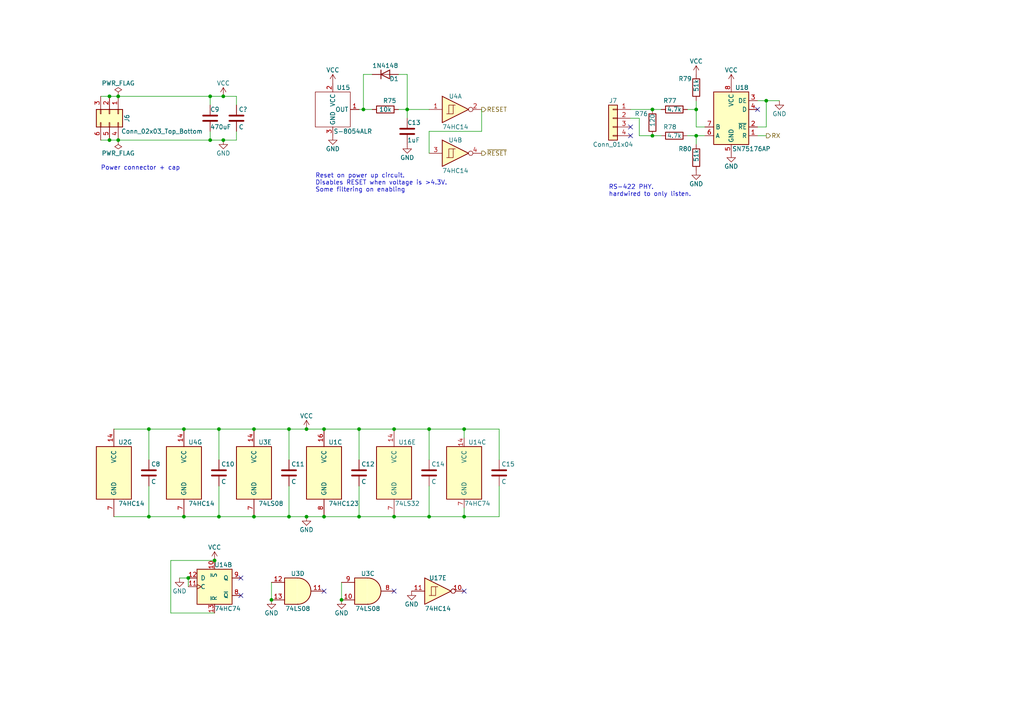
<source format=kicad_sch>
(kicad_sch (version 20211123) (generator eeschema)

  (uuid 6245f3c1-1d81-4d8f-8241-429ac93e2210)

  (paper "A4")

  (lib_symbols
    (symbol "74xx:74HC123" (pin_names (offset 1.016)) (in_bom yes) (on_board yes)
      (property "Reference" "U" (id 0) (at -7.62 8.89 0)
        (effects (font (size 1.27 1.27)))
      )
      (property "Value" "74HC123" (id 1) (at -7.62 -8.89 0)
        (effects (font (size 1.27 1.27)))
      )
      (property "Footprint" "" (id 2) (at 0 0 0)
        (effects (font (size 1.27 1.27)) hide)
      )
      (property "Datasheet" "https://assets.nexperia.com/documents/data-sheet/74HC_HCT123.pdf" (id 3) (at 0 0 0)
        (effects (font (size 1.27 1.27)) hide)
      )
      (property "ki_locked" "" (id 4) (at 0 0 0)
        (effects (font (size 1.27 1.27)))
      )
      (property "ki_keywords" "TTL monostable, multivibrator" (id 5) (at 0 0 0)
        (effects (font (size 1.27 1.27)) hide)
      )
      (property "ki_description" "Dual retriggerable monostable multivibrator" (id 6) (at 0 0 0)
        (effects (font (size 1.27 1.27)) hide)
      )
      (property "ki_fp_filters" "DIP?16*" (id 7) (at 0 0 0)
        (effects (font (size 1.27 1.27)) hide)
      )
      (symbol "74HC123_1_0"
        (pin input inverted (at -12.7 -2.54 0) (length 5.08)
          (name "A" (effects (font (size 1.27 1.27))))
          (number "1" (effects (font (size 1.27 1.27))))
        )
        (pin output line (at 12.7 5.08 180) (length 5.08)
          (name "Q" (effects (font (size 1.27 1.27))))
          (number "13" (effects (font (size 1.27 1.27))))
        )
        (pin input line (at -12.7 2.54 0) (length 5.08)
          (name "Cext" (effects (font (size 1.27 1.27))))
          (number "14" (effects (font (size 1.27 1.27))))
        )
        (pin input line (at -12.7 5.08 0) (length 5.08)
          (name "RCext" (effects (font (size 1.27 1.27))))
          (number "15" (effects (font (size 1.27 1.27))))
        )
        (pin input line (at -12.7 -5.08 0) (length 5.08)
          (name "B" (effects (font (size 1.27 1.27))))
          (number "2" (effects (font (size 1.27 1.27))))
        )
        (pin input inverted (at 0 -12.7 90) (length 5.08)
          (name "Clr" (effects (font (size 1.27 1.27))))
          (number "3" (effects (font (size 1.27 1.27))))
        )
        (pin output line (at 12.7 -5.08 180) (length 5.08)
          (name "~{Q}" (effects (font (size 1.27 1.27))))
          (number "4" (effects (font (size 1.27 1.27))))
        )
      )
      (symbol "74HC123_1_1"
        (rectangle (start -7.62 7.62) (end 7.62 -7.62)
          (stroke (width 0.254) (type default) (color 0 0 0 0))
          (fill (type background))
        )
      )
      (symbol "74HC123_2_0"
        (pin input line (at -12.7 -5.08 0) (length 5.08)
          (name "B" (effects (font (size 1.27 1.27))))
          (number "10" (effects (font (size 1.27 1.27))))
        )
        (pin input inverted (at 0 -12.7 90) (length 5.08)
          (name "Clr" (effects (font (size 1.27 1.27))))
          (number "11" (effects (font (size 1.27 1.27))))
        )
        (pin output line (at 12.7 -5.08 180) (length 5.08)
          (name "~{Q}" (effects (font (size 1.27 1.27))))
          (number "12" (effects (font (size 1.27 1.27))))
        )
        (pin output line (at 12.7 5.08 180) (length 5.08)
          (name "Q" (effects (font (size 1.27 1.27))))
          (number "5" (effects (font (size 1.27 1.27))))
        )
        (pin input line (at -12.7 2.54 0) (length 5.08)
          (name "Cext" (effects (font (size 1.27 1.27))))
          (number "6" (effects (font (size 1.27 1.27))))
        )
        (pin input line (at -12.7 5.08 0) (length 5.08)
          (name "RCext" (effects (font (size 1.27 1.27))))
          (number "7" (effects (font (size 1.27 1.27))))
        )
        (pin input inverted (at -12.7 -2.54 0) (length 5.08)
          (name "A" (effects (font (size 1.27 1.27))))
          (number "9" (effects (font (size 1.27 1.27))))
        )
      )
      (symbol "74HC123_2_1"
        (rectangle (start -7.62 7.62) (end 7.62 -7.62)
          (stroke (width 0.254) (type default) (color 0 0 0 0))
          (fill (type background))
        )
      )
      (symbol "74HC123_3_0"
        (pin power_in line (at 0 12.7 270) (length 5.08)
          (name "VCC" (effects (font (size 1.27 1.27))))
          (number "16" (effects (font (size 1.27 1.27))))
        )
        (pin power_in line (at 0 -12.7 90) (length 5.08)
          (name "GND" (effects (font (size 1.27 1.27))))
          (number "8" (effects (font (size 1.27 1.27))))
        )
      )
      (symbol "74HC123_3_1"
        (rectangle (start -5.08 7.62) (end 5.08 -7.62)
          (stroke (width 0.254) (type default) (color 0 0 0 0))
          (fill (type background))
        )
      )
    )
    (symbol "74xx:74HC14" (pin_names (offset 1.016)) (in_bom yes) (on_board yes)
      (property "Reference" "U" (id 0) (at 0 1.27 0)
        (effects (font (size 1.27 1.27)))
      )
      (property "Value" "74HC14" (id 1) (at 0 -1.27 0)
        (effects (font (size 1.27 1.27)))
      )
      (property "Footprint" "" (id 2) (at 0 0 0)
        (effects (font (size 1.27 1.27)) hide)
      )
      (property "Datasheet" "http://www.ti.com/lit/gpn/sn74HC14" (id 3) (at 0 0 0)
        (effects (font (size 1.27 1.27)) hide)
      )
      (property "ki_locked" "" (id 4) (at 0 0 0)
        (effects (font (size 1.27 1.27)))
      )
      (property "ki_keywords" "HCMOS not inverter" (id 5) (at 0 0 0)
        (effects (font (size 1.27 1.27)) hide)
      )
      (property "ki_description" "Hex inverter schmitt trigger" (id 6) (at 0 0 0)
        (effects (font (size 1.27 1.27)) hide)
      )
      (property "ki_fp_filters" "DIP*W7.62mm*" (id 7) (at 0 0 0)
        (effects (font (size 1.27 1.27)) hide)
      )
      (symbol "74HC14_1_0"
        (polyline
          (pts
            (xy -3.81 3.81)
            (xy -3.81 -3.81)
            (xy 3.81 0)
            (xy -3.81 3.81)
          )
          (stroke (width 0.254) (type default) (color 0 0 0 0))
          (fill (type background))
        )
        (pin input line (at -7.62 0 0) (length 3.81)
          (name "~" (effects (font (size 1.27 1.27))))
          (number "1" (effects (font (size 1.27 1.27))))
        )
        (pin output inverted (at 7.62 0 180) (length 3.81)
          (name "~" (effects (font (size 1.27 1.27))))
          (number "2" (effects (font (size 1.27 1.27))))
        )
      )
      (symbol "74HC14_1_1"
        (polyline
          (pts
            (xy -1.905 -1.27)
            (xy -1.905 1.27)
            (xy -0.635 1.27)
          )
          (stroke (width 0) (type default) (color 0 0 0 0))
          (fill (type none))
        )
        (polyline
          (pts
            (xy -2.54 -1.27)
            (xy -0.635 -1.27)
            (xy -0.635 1.27)
            (xy 0 1.27)
          )
          (stroke (width 0) (type default) (color 0 0 0 0))
          (fill (type none))
        )
      )
      (symbol "74HC14_2_0"
        (polyline
          (pts
            (xy -3.81 3.81)
            (xy -3.81 -3.81)
            (xy 3.81 0)
            (xy -3.81 3.81)
          )
          (stroke (width 0.254) (type default) (color 0 0 0 0))
          (fill (type background))
        )
        (pin input line (at -7.62 0 0) (length 3.81)
          (name "~" (effects (font (size 1.27 1.27))))
          (number "3" (effects (font (size 1.27 1.27))))
        )
        (pin output inverted (at 7.62 0 180) (length 3.81)
          (name "~" (effects (font (size 1.27 1.27))))
          (number "4" (effects (font (size 1.27 1.27))))
        )
      )
      (symbol "74HC14_2_1"
        (polyline
          (pts
            (xy -1.905 -1.27)
            (xy -1.905 1.27)
            (xy -0.635 1.27)
          )
          (stroke (width 0) (type default) (color 0 0 0 0))
          (fill (type none))
        )
        (polyline
          (pts
            (xy -2.54 -1.27)
            (xy -0.635 -1.27)
            (xy -0.635 1.27)
            (xy 0 1.27)
          )
          (stroke (width 0) (type default) (color 0 0 0 0))
          (fill (type none))
        )
      )
      (symbol "74HC14_3_0"
        (polyline
          (pts
            (xy -3.81 3.81)
            (xy -3.81 -3.81)
            (xy 3.81 0)
            (xy -3.81 3.81)
          )
          (stroke (width 0.254) (type default) (color 0 0 0 0))
          (fill (type background))
        )
        (pin input line (at -7.62 0 0) (length 3.81)
          (name "~" (effects (font (size 1.27 1.27))))
          (number "5" (effects (font (size 1.27 1.27))))
        )
        (pin output inverted (at 7.62 0 180) (length 3.81)
          (name "~" (effects (font (size 1.27 1.27))))
          (number "6" (effects (font (size 1.27 1.27))))
        )
      )
      (symbol "74HC14_3_1"
        (polyline
          (pts
            (xy -1.905 -1.27)
            (xy -1.905 1.27)
            (xy -0.635 1.27)
          )
          (stroke (width 0) (type default) (color 0 0 0 0))
          (fill (type none))
        )
        (polyline
          (pts
            (xy -2.54 -1.27)
            (xy -0.635 -1.27)
            (xy -0.635 1.27)
            (xy 0 1.27)
          )
          (stroke (width 0) (type default) (color 0 0 0 0))
          (fill (type none))
        )
      )
      (symbol "74HC14_4_0"
        (polyline
          (pts
            (xy -3.81 3.81)
            (xy -3.81 -3.81)
            (xy 3.81 0)
            (xy -3.81 3.81)
          )
          (stroke (width 0.254) (type default) (color 0 0 0 0))
          (fill (type background))
        )
        (pin output inverted (at 7.62 0 180) (length 3.81)
          (name "~" (effects (font (size 1.27 1.27))))
          (number "8" (effects (font (size 1.27 1.27))))
        )
        (pin input line (at -7.62 0 0) (length 3.81)
          (name "~" (effects (font (size 1.27 1.27))))
          (number "9" (effects (font (size 1.27 1.27))))
        )
      )
      (symbol "74HC14_4_1"
        (polyline
          (pts
            (xy -1.905 -1.27)
            (xy -1.905 1.27)
            (xy -0.635 1.27)
          )
          (stroke (width 0) (type default) (color 0 0 0 0))
          (fill (type none))
        )
        (polyline
          (pts
            (xy -2.54 -1.27)
            (xy -0.635 -1.27)
            (xy -0.635 1.27)
            (xy 0 1.27)
          )
          (stroke (width 0) (type default) (color 0 0 0 0))
          (fill (type none))
        )
      )
      (symbol "74HC14_5_0"
        (polyline
          (pts
            (xy -3.81 3.81)
            (xy -3.81 -3.81)
            (xy 3.81 0)
            (xy -3.81 3.81)
          )
          (stroke (width 0.254) (type default) (color 0 0 0 0))
          (fill (type background))
        )
        (pin output inverted (at 7.62 0 180) (length 3.81)
          (name "~" (effects (font (size 1.27 1.27))))
          (number "10" (effects (font (size 1.27 1.27))))
        )
        (pin input line (at -7.62 0 0) (length 3.81)
          (name "~" (effects (font (size 1.27 1.27))))
          (number "11" (effects (font (size 1.27 1.27))))
        )
      )
      (symbol "74HC14_5_1"
        (polyline
          (pts
            (xy -1.905 -1.27)
            (xy -1.905 1.27)
            (xy -0.635 1.27)
          )
          (stroke (width 0) (type default) (color 0 0 0 0))
          (fill (type none))
        )
        (polyline
          (pts
            (xy -2.54 -1.27)
            (xy -0.635 -1.27)
            (xy -0.635 1.27)
            (xy 0 1.27)
          )
          (stroke (width 0) (type default) (color 0 0 0 0))
          (fill (type none))
        )
      )
      (symbol "74HC14_6_0"
        (polyline
          (pts
            (xy -3.81 3.81)
            (xy -3.81 -3.81)
            (xy 3.81 0)
            (xy -3.81 3.81)
          )
          (stroke (width 0.254) (type default) (color 0 0 0 0))
          (fill (type background))
        )
        (pin output inverted (at 7.62 0 180) (length 3.81)
          (name "~" (effects (font (size 1.27 1.27))))
          (number "12" (effects (font (size 1.27 1.27))))
        )
        (pin input line (at -7.62 0 0) (length 3.81)
          (name "~" (effects (font (size 1.27 1.27))))
          (number "13" (effects (font (size 1.27 1.27))))
        )
      )
      (symbol "74HC14_6_1"
        (polyline
          (pts
            (xy -1.905 -1.27)
            (xy -1.905 1.27)
            (xy -0.635 1.27)
          )
          (stroke (width 0) (type default) (color 0 0 0 0))
          (fill (type none))
        )
        (polyline
          (pts
            (xy -2.54 -1.27)
            (xy -0.635 -1.27)
            (xy -0.635 1.27)
            (xy 0 1.27)
          )
          (stroke (width 0) (type default) (color 0 0 0 0))
          (fill (type none))
        )
      )
      (symbol "74HC14_7_0"
        (pin power_in line (at 0 12.7 270) (length 5.08)
          (name "VCC" (effects (font (size 1.27 1.27))))
          (number "14" (effects (font (size 1.27 1.27))))
        )
        (pin power_in line (at 0 -12.7 90) (length 5.08)
          (name "GND" (effects (font (size 1.27 1.27))))
          (number "7" (effects (font (size 1.27 1.27))))
        )
      )
      (symbol "74HC14_7_1"
        (rectangle (start -5.08 7.62) (end 5.08 -7.62)
          (stroke (width 0.254) (type default) (color 0 0 0 0))
          (fill (type background))
        )
      )
    )
    (symbol "74xx:74HC74" (pin_names (offset 1.016)) (in_bom yes) (on_board yes)
      (property "Reference" "U" (id 0) (at -7.62 8.89 0)
        (effects (font (size 1.27 1.27)))
      )
      (property "Value" "74HC74" (id 1) (at -7.62 -8.89 0)
        (effects (font (size 1.27 1.27)))
      )
      (property "Footprint" "" (id 2) (at 0 0 0)
        (effects (font (size 1.27 1.27)) hide)
      )
      (property "Datasheet" "74xx/74hc_hct74.pdf" (id 3) (at 0 0 0)
        (effects (font (size 1.27 1.27)) hide)
      )
      (property "ki_locked" "" (id 4) (at 0 0 0)
        (effects (font (size 1.27 1.27)))
      )
      (property "ki_keywords" "TTL DFF" (id 5) (at 0 0 0)
        (effects (font (size 1.27 1.27)) hide)
      )
      (property "ki_description" "Dual D Flip-flop, Set & Reset" (id 6) (at 0 0 0)
        (effects (font (size 1.27 1.27)) hide)
      )
      (property "ki_fp_filters" "DIP*W7.62mm*" (id 7) (at 0 0 0)
        (effects (font (size 1.27 1.27)) hide)
      )
      (symbol "74HC74_1_0"
        (pin input line (at 0 -7.62 90) (length 2.54)
          (name "~{R}" (effects (font (size 1.27 1.27))))
          (number "1" (effects (font (size 1.27 1.27))))
        )
        (pin input line (at -7.62 2.54 0) (length 2.54)
          (name "D" (effects (font (size 1.27 1.27))))
          (number "2" (effects (font (size 1.27 1.27))))
        )
        (pin input clock (at -7.62 0 0) (length 2.54)
          (name "C" (effects (font (size 1.27 1.27))))
          (number "3" (effects (font (size 1.27 1.27))))
        )
        (pin input line (at 0 7.62 270) (length 2.54)
          (name "~{S}" (effects (font (size 1.27 1.27))))
          (number "4" (effects (font (size 1.27 1.27))))
        )
        (pin output line (at 7.62 2.54 180) (length 2.54)
          (name "Q" (effects (font (size 1.27 1.27))))
          (number "5" (effects (font (size 1.27 1.27))))
        )
        (pin output line (at 7.62 -2.54 180) (length 2.54)
          (name "~{Q}" (effects (font (size 1.27 1.27))))
          (number "6" (effects (font (size 1.27 1.27))))
        )
      )
      (symbol "74HC74_1_1"
        (rectangle (start -5.08 5.08) (end 5.08 -5.08)
          (stroke (width 0.254) (type default) (color 0 0 0 0))
          (fill (type background))
        )
      )
      (symbol "74HC74_2_0"
        (pin input line (at 0 7.62 270) (length 2.54)
          (name "~{S}" (effects (font (size 1.27 1.27))))
          (number "10" (effects (font (size 1.27 1.27))))
        )
        (pin input clock (at -7.62 0 0) (length 2.54)
          (name "C" (effects (font (size 1.27 1.27))))
          (number "11" (effects (font (size 1.27 1.27))))
        )
        (pin input line (at -7.62 2.54 0) (length 2.54)
          (name "D" (effects (font (size 1.27 1.27))))
          (number "12" (effects (font (size 1.27 1.27))))
        )
        (pin input line (at 0 -7.62 90) (length 2.54)
          (name "~{R}" (effects (font (size 1.27 1.27))))
          (number "13" (effects (font (size 1.27 1.27))))
        )
        (pin output line (at 7.62 -2.54 180) (length 2.54)
          (name "~{Q}" (effects (font (size 1.27 1.27))))
          (number "8" (effects (font (size 1.27 1.27))))
        )
        (pin output line (at 7.62 2.54 180) (length 2.54)
          (name "Q" (effects (font (size 1.27 1.27))))
          (number "9" (effects (font (size 1.27 1.27))))
        )
      )
      (symbol "74HC74_2_1"
        (rectangle (start -5.08 5.08) (end 5.08 -5.08)
          (stroke (width 0.254) (type default) (color 0 0 0 0))
          (fill (type background))
        )
      )
      (symbol "74HC74_3_0"
        (pin power_in line (at 0 10.16 270) (length 2.54)
          (name "VCC" (effects (font (size 1.27 1.27))))
          (number "14" (effects (font (size 1.27 1.27))))
        )
        (pin power_in line (at 0 -10.16 90) (length 2.54)
          (name "GND" (effects (font (size 1.27 1.27))))
          (number "7" (effects (font (size 1.27 1.27))))
        )
      )
      (symbol "74HC74_3_1"
        (rectangle (start -5.08 7.62) (end 5.08 -7.62)
          (stroke (width 0.254) (type default) (color 0 0 0 0))
          (fill (type background))
        )
      )
    )
    (symbol "74xx:74LS08" (pin_names (offset 1.016)) (in_bom yes) (on_board yes)
      (property "Reference" "U" (id 0) (at 0 1.27 0)
        (effects (font (size 1.27 1.27)))
      )
      (property "Value" "74LS08" (id 1) (at 0 -1.27 0)
        (effects (font (size 1.27 1.27)))
      )
      (property "Footprint" "" (id 2) (at 0 0 0)
        (effects (font (size 1.27 1.27)) hide)
      )
      (property "Datasheet" "http://www.ti.com/lit/gpn/sn74LS08" (id 3) (at 0 0 0)
        (effects (font (size 1.27 1.27)) hide)
      )
      (property "ki_locked" "" (id 4) (at 0 0 0)
        (effects (font (size 1.27 1.27)))
      )
      (property "ki_keywords" "TTL and2" (id 5) (at 0 0 0)
        (effects (font (size 1.27 1.27)) hide)
      )
      (property "ki_description" "Quad And2" (id 6) (at 0 0 0)
        (effects (font (size 1.27 1.27)) hide)
      )
      (property "ki_fp_filters" "DIP*W7.62mm*" (id 7) (at 0 0 0)
        (effects (font (size 1.27 1.27)) hide)
      )
      (symbol "74LS08_1_1"
        (arc (start 0 -3.81) (mid 3.81 0) (end 0 3.81)
          (stroke (width 0.254) (type default) (color 0 0 0 0))
          (fill (type background))
        )
        (polyline
          (pts
            (xy 0 3.81)
            (xy -3.81 3.81)
            (xy -3.81 -3.81)
            (xy 0 -3.81)
          )
          (stroke (width 0.254) (type default) (color 0 0 0 0))
          (fill (type background))
        )
        (pin input line (at -7.62 2.54 0) (length 3.81)
          (name "~" (effects (font (size 1.27 1.27))))
          (number "1" (effects (font (size 1.27 1.27))))
        )
        (pin input line (at -7.62 -2.54 0) (length 3.81)
          (name "~" (effects (font (size 1.27 1.27))))
          (number "2" (effects (font (size 1.27 1.27))))
        )
        (pin output line (at 7.62 0 180) (length 3.81)
          (name "~" (effects (font (size 1.27 1.27))))
          (number "3" (effects (font (size 1.27 1.27))))
        )
      )
      (symbol "74LS08_1_2"
        (arc (start -3.81 -3.81) (mid -2.589 0) (end -3.81 3.81)
          (stroke (width 0.254) (type default) (color 0 0 0 0))
          (fill (type none))
        )
        (arc (start -0.6096 -3.81) (mid 2.1842 -2.5851) (end 3.81 0)
          (stroke (width 0.254) (type default) (color 0 0 0 0))
          (fill (type background))
        )
        (polyline
          (pts
            (xy -3.81 -3.81)
            (xy -0.635 -3.81)
          )
          (stroke (width 0.254) (type default) (color 0 0 0 0))
          (fill (type background))
        )
        (polyline
          (pts
            (xy -3.81 3.81)
            (xy -0.635 3.81)
          )
          (stroke (width 0.254) (type default) (color 0 0 0 0))
          (fill (type background))
        )
        (polyline
          (pts
            (xy -0.635 3.81)
            (xy -3.81 3.81)
            (xy -3.81 3.81)
            (xy -3.556 3.4036)
            (xy -3.0226 2.2606)
            (xy -2.6924 1.0414)
            (xy -2.6162 -0.254)
            (xy -2.7686 -1.4986)
            (xy -3.175 -2.7178)
            (xy -3.81 -3.81)
            (xy -3.81 -3.81)
            (xy -0.635 -3.81)
          )
          (stroke (width -25.4) (type default) (color 0 0 0 0))
          (fill (type background))
        )
        (arc (start 3.81 0) (mid 2.1915 2.5936) (end -0.6096 3.81)
          (stroke (width 0.254) (type default) (color 0 0 0 0))
          (fill (type background))
        )
        (pin input inverted (at -7.62 2.54 0) (length 4.318)
          (name "~" (effects (font (size 1.27 1.27))))
          (number "1" (effects (font (size 1.27 1.27))))
        )
        (pin input inverted (at -7.62 -2.54 0) (length 4.318)
          (name "~" (effects (font (size 1.27 1.27))))
          (number "2" (effects (font (size 1.27 1.27))))
        )
        (pin output inverted (at 7.62 0 180) (length 3.81)
          (name "~" (effects (font (size 1.27 1.27))))
          (number "3" (effects (font (size 1.27 1.27))))
        )
      )
      (symbol "74LS08_2_1"
        (arc (start 0 -3.81) (mid 3.81 0) (end 0 3.81)
          (stroke (width 0.254) (type default) (color 0 0 0 0))
          (fill (type background))
        )
        (polyline
          (pts
            (xy 0 3.81)
            (xy -3.81 3.81)
            (xy -3.81 -3.81)
            (xy 0 -3.81)
          )
          (stroke (width 0.254) (type default) (color 0 0 0 0))
          (fill (type background))
        )
        (pin input line (at -7.62 2.54 0) (length 3.81)
          (name "~" (effects (font (size 1.27 1.27))))
          (number "4" (effects (font (size 1.27 1.27))))
        )
        (pin input line (at -7.62 -2.54 0) (length 3.81)
          (name "~" (effects (font (size 1.27 1.27))))
          (number "5" (effects (font (size 1.27 1.27))))
        )
        (pin output line (at 7.62 0 180) (length 3.81)
          (name "~" (effects (font (size 1.27 1.27))))
          (number "6" (effects (font (size 1.27 1.27))))
        )
      )
      (symbol "74LS08_2_2"
        (arc (start -3.81 -3.81) (mid -2.589 0) (end -3.81 3.81)
          (stroke (width 0.254) (type default) (color 0 0 0 0))
          (fill (type none))
        )
        (arc (start -0.6096 -3.81) (mid 2.1842 -2.5851) (end 3.81 0)
          (stroke (width 0.254) (type default) (color 0 0 0 0))
          (fill (type background))
        )
        (polyline
          (pts
            (xy -3.81 -3.81)
            (xy -0.635 -3.81)
          )
          (stroke (width 0.254) (type default) (color 0 0 0 0))
          (fill (type background))
        )
        (polyline
          (pts
            (xy -3.81 3.81)
            (xy -0.635 3.81)
          )
          (stroke (width 0.254) (type default) (color 0 0 0 0))
          (fill (type background))
        )
        (polyline
          (pts
            (xy -0.635 3.81)
            (xy -3.81 3.81)
            (xy -3.81 3.81)
            (xy -3.556 3.4036)
            (xy -3.0226 2.2606)
            (xy -2.6924 1.0414)
            (xy -2.6162 -0.254)
            (xy -2.7686 -1.4986)
            (xy -3.175 -2.7178)
            (xy -3.81 -3.81)
            (xy -3.81 -3.81)
            (xy -0.635 -3.81)
          )
          (stroke (width -25.4) (type default) (color 0 0 0 0))
          (fill (type background))
        )
        (arc (start 3.81 0) (mid 2.1915 2.5936) (end -0.6096 3.81)
          (stroke (width 0.254) (type default) (color 0 0 0 0))
          (fill (type background))
        )
        (pin input inverted (at -7.62 2.54 0) (length 4.318)
          (name "~" (effects (font (size 1.27 1.27))))
          (number "4" (effects (font (size 1.27 1.27))))
        )
        (pin input inverted (at -7.62 -2.54 0) (length 4.318)
          (name "~" (effects (font (size 1.27 1.27))))
          (number "5" (effects (font (size 1.27 1.27))))
        )
        (pin output inverted (at 7.62 0 180) (length 3.81)
          (name "~" (effects (font (size 1.27 1.27))))
          (number "6" (effects (font (size 1.27 1.27))))
        )
      )
      (symbol "74LS08_3_1"
        (arc (start 0 -3.81) (mid 3.81 0) (end 0 3.81)
          (stroke (width 0.254) (type default) (color 0 0 0 0))
          (fill (type background))
        )
        (polyline
          (pts
            (xy 0 3.81)
            (xy -3.81 3.81)
            (xy -3.81 -3.81)
            (xy 0 -3.81)
          )
          (stroke (width 0.254) (type default) (color 0 0 0 0))
          (fill (type background))
        )
        (pin input line (at -7.62 -2.54 0) (length 3.81)
          (name "~" (effects (font (size 1.27 1.27))))
          (number "10" (effects (font (size 1.27 1.27))))
        )
        (pin output line (at 7.62 0 180) (length 3.81)
          (name "~" (effects (font (size 1.27 1.27))))
          (number "8" (effects (font (size 1.27 1.27))))
        )
        (pin input line (at -7.62 2.54 0) (length 3.81)
          (name "~" (effects (font (size 1.27 1.27))))
          (number "9" (effects (font (size 1.27 1.27))))
        )
      )
      (symbol "74LS08_3_2"
        (arc (start -3.81 -3.81) (mid -2.589 0) (end -3.81 3.81)
          (stroke (width 0.254) (type default) (color 0 0 0 0))
          (fill (type none))
        )
        (arc (start -0.6096 -3.81) (mid 2.1842 -2.5851) (end 3.81 0)
          (stroke (width 0.254) (type default) (color 0 0 0 0))
          (fill (type background))
        )
        (polyline
          (pts
            (xy -3.81 -3.81)
            (xy -0.635 -3.81)
          )
          (stroke (width 0.254) (type default) (color 0 0 0 0))
          (fill (type background))
        )
        (polyline
          (pts
            (xy -3.81 3.81)
            (xy -0.635 3.81)
          )
          (stroke (width 0.254) (type default) (color 0 0 0 0))
          (fill (type background))
        )
        (polyline
          (pts
            (xy -0.635 3.81)
            (xy -3.81 3.81)
            (xy -3.81 3.81)
            (xy -3.556 3.4036)
            (xy -3.0226 2.2606)
            (xy -2.6924 1.0414)
            (xy -2.6162 -0.254)
            (xy -2.7686 -1.4986)
            (xy -3.175 -2.7178)
            (xy -3.81 -3.81)
            (xy -3.81 -3.81)
            (xy -0.635 -3.81)
          )
          (stroke (width -25.4) (type default) (color 0 0 0 0))
          (fill (type background))
        )
        (arc (start 3.81 0) (mid 2.1915 2.5936) (end -0.6096 3.81)
          (stroke (width 0.254) (type default) (color 0 0 0 0))
          (fill (type background))
        )
        (pin input inverted (at -7.62 -2.54 0) (length 4.318)
          (name "~" (effects (font (size 1.27 1.27))))
          (number "10" (effects (font (size 1.27 1.27))))
        )
        (pin output inverted (at 7.62 0 180) (length 3.81)
          (name "~" (effects (font (size 1.27 1.27))))
          (number "8" (effects (font (size 1.27 1.27))))
        )
        (pin input inverted (at -7.62 2.54 0) (length 4.318)
          (name "~" (effects (font (size 1.27 1.27))))
          (number "9" (effects (font (size 1.27 1.27))))
        )
      )
      (symbol "74LS08_4_1"
        (arc (start 0 -3.81) (mid 3.81 0) (end 0 3.81)
          (stroke (width 0.254) (type default) (color 0 0 0 0))
          (fill (type background))
        )
        (polyline
          (pts
            (xy 0 3.81)
            (xy -3.81 3.81)
            (xy -3.81 -3.81)
            (xy 0 -3.81)
          )
          (stroke (width 0.254) (type default) (color 0 0 0 0))
          (fill (type background))
        )
        (pin output line (at 7.62 0 180) (length 3.81)
          (name "~" (effects (font (size 1.27 1.27))))
          (number "11" (effects (font (size 1.27 1.27))))
        )
        (pin input line (at -7.62 2.54 0) (length 3.81)
          (name "~" (effects (font (size 1.27 1.27))))
          (number "12" (effects (font (size 1.27 1.27))))
        )
        (pin input line (at -7.62 -2.54 0) (length 3.81)
          (name "~" (effects (font (size 1.27 1.27))))
          (number "13" (effects (font (size 1.27 1.27))))
        )
      )
      (symbol "74LS08_4_2"
        (arc (start -3.81 -3.81) (mid -2.589 0) (end -3.81 3.81)
          (stroke (width 0.254) (type default) (color 0 0 0 0))
          (fill (type none))
        )
        (arc (start -0.6096 -3.81) (mid 2.1842 -2.5851) (end 3.81 0)
          (stroke (width 0.254) (type default) (color 0 0 0 0))
          (fill (type background))
        )
        (polyline
          (pts
            (xy -3.81 -3.81)
            (xy -0.635 -3.81)
          )
          (stroke (width 0.254) (type default) (color 0 0 0 0))
          (fill (type background))
        )
        (polyline
          (pts
            (xy -3.81 3.81)
            (xy -0.635 3.81)
          )
          (stroke (width 0.254) (type default) (color 0 0 0 0))
          (fill (type background))
        )
        (polyline
          (pts
            (xy -0.635 3.81)
            (xy -3.81 3.81)
            (xy -3.81 3.81)
            (xy -3.556 3.4036)
            (xy -3.0226 2.2606)
            (xy -2.6924 1.0414)
            (xy -2.6162 -0.254)
            (xy -2.7686 -1.4986)
            (xy -3.175 -2.7178)
            (xy -3.81 -3.81)
            (xy -3.81 -3.81)
            (xy -0.635 -3.81)
          )
          (stroke (width -25.4) (type default) (color 0 0 0 0))
          (fill (type background))
        )
        (arc (start 3.81 0) (mid 2.1915 2.5936) (end -0.6096 3.81)
          (stroke (width 0.254) (type default) (color 0 0 0 0))
          (fill (type background))
        )
        (pin output inverted (at 7.62 0 180) (length 3.81)
          (name "~" (effects (font (size 1.27 1.27))))
          (number "11" (effects (font (size 1.27 1.27))))
        )
        (pin input inverted (at -7.62 2.54 0) (length 4.318)
          (name "~" (effects (font (size 1.27 1.27))))
          (number "12" (effects (font (size 1.27 1.27))))
        )
        (pin input inverted (at -7.62 -2.54 0) (length 4.318)
          (name "~" (effects (font (size 1.27 1.27))))
          (number "13" (effects (font (size 1.27 1.27))))
        )
      )
      (symbol "74LS08_5_0"
        (pin power_in line (at 0 12.7 270) (length 5.08)
          (name "VCC" (effects (font (size 1.27 1.27))))
          (number "14" (effects (font (size 1.27 1.27))))
        )
        (pin power_in line (at 0 -12.7 90) (length 5.08)
          (name "GND" (effects (font (size 1.27 1.27))))
          (number "7" (effects (font (size 1.27 1.27))))
        )
      )
      (symbol "74LS08_5_1"
        (rectangle (start -5.08 7.62) (end 5.08 -7.62)
          (stroke (width 0.254) (type default) (color 0 0 0 0))
          (fill (type background))
        )
      )
    )
    (symbol "74xx:74LS32" (pin_names (offset 1.016)) (in_bom yes) (on_board yes)
      (property "Reference" "U" (id 0) (at 0 1.27 0)
        (effects (font (size 1.27 1.27)))
      )
      (property "Value" "74LS32" (id 1) (at 0 -1.27 0)
        (effects (font (size 1.27 1.27)))
      )
      (property "Footprint" "" (id 2) (at 0 0 0)
        (effects (font (size 1.27 1.27)) hide)
      )
      (property "Datasheet" "http://www.ti.com/lit/gpn/sn74LS32" (id 3) (at 0 0 0)
        (effects (font (size 1.27 1.27)) hide)
      )
      (property "ki_locked" "" (id 4) (at 0 0 0)
        (effects (font (size 1.27 1.27)))
      )
      (property "ki_keywords" "TTL Or2" (id 5) (at 0 0 0)
        (effects (font (size 1.27 1.27)) hide)
      )
      (property "ki_description" "Quad 2-input OR" (id 6) (at 0 0 0)
        (effects (font (size 1.27 1.27)) hide)
      )
      (property "ki_fp_filters" "DIP?14*" (id 7) (at 0 0 0)
        (effects (font (size 1.27 1.27)) hide)
      )
      (symbol "74LS32_1_1"
        (arc (start -3.81 -3.81) (mid -2.589 0) (end -3.81 3.81)
          (stroke (width 0.254) (type default) (color 0 0 0 0))
          (fill (type none))
        )
        (arc (start -0.6096 -3.81) (mid 2.1842 -2.5851) (end 3.81 0)
          (stroke (width 0.254) (type default) (color 0 0 0 0))
          (fill (type background))
        )
        (polyline
          (pts
            (xy -3.81 -3.81)
            (xy -0.635 -3.81)
          )
          (stroke (width 0.254) (type default) (color 0 0 0 0))
          (fill (type background))
        )
        (polyline
          (pts
            (xy -3.81 3.81)
            (xy -0.635 3.81)
          )
          (stroke (width 0.254) (type default) (color 0 0 0 0))
          (fill (type background))
        )
        (polyline
          (pts
            (xy -0.635 3.81)
            (xy -3.81 3.81)
            (xy -3.81 3.81)
            (xy -3.556 3.4036)
            (xy -3.0226 2.2606)
            (xy -2.6924 1.0414)
            (xy -2.6162 -0.254)
            (xy -2.7686 -1.4986)
            (xy -3.175 -2.7178)
            (xy -3.81 -3.81)
            (xy -3.81 -3.81)
            (xy -0.635 -3.81)
          )
          (stroke (width -25.4) (type default) (color 0 0 0 0))
          (fill (type background))
        )
        (arc (start 3.81 0) (mid 2.1915 2.5936) (end -0.6096 3.81)
          (stroke (width 0.254) (type default) (color 0 0 0 0))
          (fill (type background))
        )
        (pin input line (at -7.62 2.54 0) (length 4.318)
          (name "~" (effects (font (size 1.27 1.27))))
          (number "1" (effects (font (size 1.27 1.27))))
        )
        (pin input line (at -7.62 -2.54 0) (length 4.318)
          (name "~" (effects (font (size 1.27 1.27))))
          (number "2" (effects (font (size 1.27 1.27))))
        )
        (pin output line (at 7.62 0 180) (length 3.81)
          (name "~" (effects (font (size 1.27 1.27))))
          (number "3" (effects (font (size 1.27 1.27))))
        )
      )
      (symbol "74LS32_1_2"
        (arc (start 0 -3.81) (mid 3.81 0) (end 0 3.81)
          (stroke (width 0.254) (type default) (color 0 0 0 0))
          (fill (type background))
        )
        (polyline
          (pts
            (xy 0 3.81)
            (xy -3.81 3.81)
            (xy -3.81 -3.81)
            (xy 0 -3.81)
          )
          (stroke (width 0.254) (type default) (color 0 0 0 0))
          (fill (type background))
        )
        (pin input inverted (at -7.62 2.54 0) (length 3.81)
          (name "~" (effects (font (size 1.27 1.27))))
          (number "1" (effects (font (size 1.27 1.27))))
        )
        (pin input inverted (at -7.62 -2.54 0) (length 3.81)
          (name "~" (effects (font (size 1.27 1.27))))
          (number "2" (effects (font (size 1.27 1.27))))
        )
        (pin output inverted (at 7.62 0 180) (length 3.81)
          (name "~" (effects (font (size 1.27 1.27))))
          (number "3" (effects (font (size 1.27 1.27))))
        )
      )
      (symbol "74LS32_2_1"
        (arc (start -3.81 -3.81) (mid -2.589 0) (end -3.81 3.81)
          (stroke (width 0.254) (type default) (color 0 0 0 0))
          (fill (type none))
        )
        (arc (start -0.6096 -3.81) (mid 2.1842 -2.5851) (end 3.81 0)
          (stroke (width 0.254) (type default) (color 0 0 0 0))
          (fill (type background))
        )
        (polyline
          (pts
            (xy -3.81 -3.81)
            (xy -0.635 -3.81)
          )
          (stroke (width 0.254) (type default) (color 0 0 0 0))
          (fill (type background))
        )
        (polyline
          (pts
            (xy -3.81 3.81)
            (xy -0.635 3.81)
          )
          (stroke (width 0.254) (type default) (color 0 0 0 0))
          (fill (type background))
        )
        (polyline
          (pts
            (xy -0.635 3.81)
            (xy -3.81 3.81)
            (xy -3.81 3.81)
            (xy -3.556 3.4036)
            (xy -3.0226 2.2606)
            (xy -2.6924 1.0414)
            (xy -2.6162 -0.254)
            (xy -2.7686 -1.4986)
            (xy -3.175 -2.7178)
            (xy -3.81 -3.81)
            (xy -3.81 -3.81)
            (xy -0.635 -3.81)
          )
          (stroke (width -25.4) (type default) (color 0 0 0 0))
          (fill (type background))
        )
        (arc (start 3.81 0) (mid 2.1915 2.5936) (end -0.6096 3.81)
          (stroke (width 0.254) (type default) (color 0 0 0 0))
          (fill (type background))
        )
        (pin input line (at -7.62 2.54 0) (length 4.318)
          (name "~" (effects (font (size 1.27 1.27))))
          (number "4" (effects (font (size 1.27 1.27))))
        )
        (pin input line (at -7.62 -2.54 0) (length 4.318)
          (name "~" (effects (font (size 1.27 1.27))))
          (number "5" (effects (font (size 1.27 1.27))))
        )
        (pin output line (at 7.62 0 180) (length 3.81)
          (name "~" (effects (font (size 1.27 1.27))))
          (number "6" (effects (font (size 1.27 1.27))))
        )
      )
      (symbol "74LS32_2_2"
        (arc (start 0 -3.81) (mid 3.81 0) (end 0 3.81)
          (stroke (width 0.254) (type default) (color 0 0 0 0))
          (fill (type background))
        )
        (polyline
          (pts
            (xy 0 3.81)
            (xy -3.81 3.81)
            (xy -3.81 -3.81)
            (xy 0 -3.81)
          )
          (stroke (width 0.254) (type default) (color 0 0 0 0))
          (fill (type background))
        )
        (pin input inverted (at -7.62 2.54 0) (length 3.81)
          (name "~" (effects (font (size 1.27 1.27))))
          (number "4" (effects (font (size 1.27 1.27))))
        )
        (pin input inverted (at -7.62 -2.54 0) (length 3.81)
          (name "~" (effects (font (size 1.27 1.27))))
          (number "5" (effects (font (size 1.27 1.27))))
        )
        (pin output inverted (at 7.62 0 180) (length 3.81)
          (name "~" (effects (font (size 1.27 1.27))))
          (number "6" (effects (font (size 1.27 1.27))))
        )
      )
      (symbol "74LS32_3_1"
        (arc (start -3.81 -3.81) (mid -2.589 0) (end -3.81 3.81)
          (stroke (width 0.254) (type default) (color 0 0 0 0))
          (fill (type none))
        )
        (arc (start -0.6096 -3.81) (mid 2.1842 -2.5851) (end 3.81 0)
          (stroke (width 0.254) (type default) (color 0 0 0 0))
          (fill (type background))
        )
        (polyline
          (pts
            (xy -3.81 -3.81)
            (xy -0.635 -3.81)
          )
          (stroke (width 0.254) (type default) (color 0 0 0 0))
          (fill (type background))
        )
        (polyline
          (pts
            (xy -3.81 3.81)
            (xy -0.635 3.81)
          )
          (stroke (width 0.254) (type default) (color 0 0 0 0))
          (fill (type background))
        )
        (polyline
          (pts
            (xy -0.635 3.81)
            (xy -3.81 3.81)
            (xy -3.81 3.81)
            (xy -3.556 3.4036)
            (xy -3.0226 2.2606)
            (xy -2.6924 1.0414)
            (xy -2.6162 -0.254)
            (xy -2.7686 -1.4986)
            (xy -3.175 -2.7178)
            (xy -3.81 -3.81)
            (xy -3.81 -3.81)
            (xy -0.635 -3.81)
          )
          (stroke (width -25.4) (type default) (color 0 0 0 0))
          (fill (type background))
        )
        (arc (start 3.81 0) (mid 2.1915 2.5936) (end -0.6096 3.81)
          (stroke (width 0.254) (type default) (color 0 0 0 0))
          (fill (type background))
        )
        (pin input line (at -7.62 -2.54 0) (length 4.318)
          (name "~" (effects (font (size 1.27 1.27))))
          (number "10" (effects (font (size 1.27 1.27))))
        )
        (pin output line (at 7.62 0 180) (length 3.81)
          (name "~" (effects (font (size 1.27 1.27))))
          (number "8" (effects (font (size 1.27 1.27))))
        )
        (pin input line (at -7.62 2.54 0) (length 4.318)
          (name "~" (effects (font (size 1.27 1.27))))
          (number "9" (effects (font (size 1.27 1.27))))
        )
      )
      (symbol "74LS32_3_2"
        (arc (start 0 -3.81) (mid 3.81 0) (end 0 3.81)
          (stroke (width 0.254) (type default) (color 0 0 0 0))
          (fill (type background))
        )
        (polyline
          (pts
            (xy 0 3.81)
            (xy -3.81 3.81)
            (xy -3.81 -3.81)
            (xy 0 -3.81)
          )
          (stroke (width 0.254) (type default) (color 0 0 0 0))
          (fill (type background))
        )
        (pin input inverted (at -7.62 -2.54 0) (length 3.81)
          (name "~" (effects (font (size 1.27 1.27))))
          (number "10" (effects (font (size 1.27 1.27))))
        )
        (pin output inverted (at 7.62 0 180) (length 3.81)
          (name "~" (effects (font (size 1.27 1.27))))
          (number "8" (effects (font (size 1.27 1.27))))
        )
        (pin input inverted (at -7.62 2.54 0) (length 3.81)
          (name "~" (effects (font (size 1.27 1.27))))
          (number "9" (effects (font (size 1.27 1.27))))
        )
      )
      (symbol "74LS32_4_1"
        (arc (start -3.81 -3.81) (mid -2.589 0) (end -3.81 3.81)
          (stroke (width 0.254) (type default) (color 0 0 0 0))
          (fill (type none))
        )
        (arc (start -0.6096 -3.81) (mid 2.1842 -2.5851) (end 3.81 0)
          (stroke (width 0.254) (type default) (color 0 0 0 0))
          (fill (type background))
        )
        (polyline
          (pts
            (xy -3.81 -3.81)
            (xy -0.635 -3.81)
          )
          (stroke (width 0.254) (type default) (color 0 0 0 0))
          (fill (type background))
        )
        (polyline
          (pts
            (xy -3.81 3.81)
            (xy -0.635 3.81)
          )
          (stroke (width 0.254) (type default) (color 0 0 0 0))
          (fill (type background))
        )
        (polyline
          (pts
            (xy -0.635 3.81)
            (xy -3.81 3.81)
            (xy -3.81 3.81)
            (xy -3.556 3.4036)
            (xy -3.0226 2.2606)
            (xy -2.6924 1.0414)
            (xy -2.6162 -0.254)
            (xy -2.7686 -1.4986)
            (xy -3.175 -2.7178)
            (xy -3.81 -3.81)
            (xy -3.81 -3.81)
            (xy -0.635 -3.81)
          )
          (stroke (width -25.4) (type default) (color 0 0 0 0))
          (fill (type background))
        )
        (arc (start 3.81 0) (mid 2.1915 2.5936) (end -0.6096 3.81)
          (stroke (width 0.254) (type default) (color 0 0 0 0))
          (fill (type background))
        )
        (pin output line (at 7.62 0 180) (length 3.81)
          (name "~" (effects (font (size 1.27 1.27))))
          (number "11" (effects (font (size 1.27 1.27))))
        )
        (pin input line (at -7.62 2.54 0) (length 4.318)
          (name "~" (effects (font (size 1.27 1.27))))
          (number "12" (effects (font (size 1.27 1.27))))
        )
        (pin input line (at -7.62 -2.54 0) (length 4.318)
          (name "~" (effects (font (size 1.27 1.27))))
          (number "13" (effects (font (size 1.27 1.27))))
        )
      )
      (symbol "74LS32_4_2"
        (arc (start 0 -3.81) (mid 3.81 0) (end 0 3.81)
          (stroke (width 0.254) (type default) (color 0 0 0 0))
          (fill (type background))
        )
        (polyline
          (pts
            (xy 0 3.81)
            (xy -3.81 3.81)
            (xy -3.81 -3.81)
            (xy 0 -3.81)
          )
          (stroke (width 0.254) (type default) (color 0 0 0 0))
          (fill (type background))
        )
        (pin output inverted (at 7.62 0 180) (length 3.81)
          (name "~" (effects (font (size 1.27 1.27))))
          (number "11" (effects (font (size 1.27 1.27))))
        )
        (pin input inverted (at -7.62 2.54 0) (length 3.81)
          (name "~" (effects (font (size 1.27 1.27))))
          (number "12" (effects (font (size 1.27 1.27))))
        )
        (pin input inverted (at -7.62 -2.54 0) (length 3.81)
          (name "~" (effects (font (size 1.27 1.27))))
          (number "13" (effects (font (size 1.27 1.27))))
        )
      )
      (symbol "74LS32_5_0"
        (pin power_in line (at 0 12.7 270) (length 5.08)
          (name "VCC" (effects (font (size 1.27 1.27))))
          (number "14" (effects (font (size 1.27 1.27))))
        )
        (pin power_in line (at 0 -12.7 90) (length 5.08)
          (name "GND" (effects (font (size 1.27 1.27))))
          (number "7" (effects (font (size 1.27 1.27))))
        )
      )
      (symbol "74LS32_5_1"
        (rectangle (start -5.08 7.62) (end 5.08 -7.62)
          (stroke (width 0.254) (type default) (color 0 0 0 0))
          (fill (type background))
        )
      )
    )
    (symbol "Connector_Generic:Conn_01x04" (pin_names (offset 1.016) hide) (in_bom yes) (on_board yes)
      (property "Reference" "J" (id 0) (at 0 5.08 0)
        (effects (font (size 1.27 1.27)))
      )
      (property "Value" "Conn_01x04" (id 1) (at 0 -7.62 0)
        (effects (font (size 1.27 1.27)))
      )
      (property "Footprint" "" (id 2) (at 0 0 0)
        (effects (font (size 1.27 1.27)) hide)
      )
      (property "Datasheet" "~" (id 3) (at 0 0 0)
        (effects (font (size 1.27 1.27)) hide)
      )
      (property "ki_keywords" "connector" (id 4) (at 0 0 0)
        (effects (font (size 1.27 1.27)) hide)
      )
      (property "ki_description" "Generic connector, single row, 01x04, script generated (kicad-library-utils/schlib/autogen/connector/)" (id 5) (at 0 0 0)
        (effects (font (size 1.27 1.27)) hide)
      )
      (property "ki_fp_filters" "Connector*:*_1x??_*" (id 6) (at 0 0 0)
        (effects (font (size 1.27 1.27)) hide)
      )
      (symbol "Conn_01x04_1_1"
        (rectangle (start -1.27 -4.953) (end 0 -5.207)
          (stroke (width 0.1524) (type default) (color 0 0 0 0))
          (fill (type none))
        )
        (rectangle (start -1.27 -2.413) (end 0 -2.667)
          (stroke (width 0.1524) (type default) (color 0 0 0 0))
          (fill (type none))
        )
        (rectangle (start -1.27 0.127) (end 0 -0.127)
          (stroke (width 0.1524) (type default) (color 0 0 0 0))
          (fill (type none))
        )
        (rectangle (start -1.27 2.667) (end 0 2.413)
          (stroke (width 0.1524) (type default) (color 0 0 0 0))
          (fill (type none))
        )
        (rectangle (start -1.27 3.81) (end 1.27 -6.35)
          (stroke (width 0.254) (type default) (color 0 0 0 0))
          (fill (type background))
        )
        (pin passive line (at -5.08 2.54 0) (length 3.81)
          (name "Pin_1" (effects (font (size 1.27 1.27))))
          (number "1" (effects (font (size 1.27 1.27))))
        )
        (pin passive line (at -5.08 0 0) (length 3.81)
          (name "Pin_2" (effects (font (size 1.27 1.27))))
          (number "2" (effects (font (size 1.27 1.27))))
        )
        (pin passive line (at -5.08 -2.54 0) (length 3.81)
          (name "Pin_3" (effects (font (size 1.27 1.27))))
          (number "3" (effects (font (size 1.27 1.27))))
        )
        (pin passive line (at -5.08 -5.08 0) (length 3.81)
          (name "Pin_4" (effects (font (size 1.27 1.27))))
          (number "4" (effects (font (size 1.27 1.27))))
        )
      )
    )
    (symbol "Connector_Generic:Conn_02x03_Top_Bottom" (pin_names (offset 1.016) hide) (in_bom yes) (on_board yes)
      (property "Reference" "J" (id 0) (at 1.27 5.08 0)
        (effects (font (size 1.27 1.27)))
      )
      (property "Value" "Conn_02x03_Top_Bottom" (id 1) (at 1.27 -5.08 0)
        (effects (font (size 1.27 1.27)))
      )
      (property "Footprint" "" (id 2) (at 0 0 0)
        (effects (font (size 1.27 1.27)) hide)
      )
      (property "Datasheet" "~" (id 3) (at 0 0 0)
        (effects (font (size 1.27 1.27)) hide)
      )
      (property "ki_keywords" "connector" (id 4) (at 0 0 0)
        (effects (font (size 1.27 1.27)) hide)
      )
      (property "ki_description" "Generic connector, double row, 02x03, top/bottom pin numbering scheme (row 1: 1...pins_per_row, row2: pins_per_row+1 ... num_pins), script generated (kicad-library-utils/schlib/autogen/connector/)" (id 5) (at 0 0 0)
        (effects (font (size 1.27 1.27)) hide)
      )
      (property "ki_fp_filters" "Connector*:*_2x??_*" (id 6) (at 0 0 0)
        (effects (font (size 1.27 1.27)) hide)
      )
      (symbol "Conn_02x03_Top_Bottom_1_1"
        (rectangle (start -1.27 -2.413) (end 0 -2.667)
          (stroke (width 0.1524) (type default) (color 0 0 0 0))
          (fill (type none))
        )
        (rectangle (start -1.27 0.127) (end 0 -0.127)
          (stroke (width 0.1524) (type default) (color 0 0 0 0))
          (fill (type none))
        )
        (rectangle (start -1.27 2.667) (end 0 2.413)
          (stroke (width 0.1524) (type default) (color 0 0 0 0))
          (fill (type none))
        )
        (rectangle (start -1.27 3.81) (end 3.81 -3.81)
          (stroke (width 0.254) (type default) (color 0 0 0 0))
          (fill (type background))
        )
        (rectangle (start 3.81 -2.413) (end 2.54 -2.667)
          (stroke (width 0.1524) (type default) (color 0 0 0 0))
          (fill (type none))
        )
        (rectangle (start 3.81 0.127) (end 2.54 -0.127)
          (stroke (width 0.1524) (type default) (color 0 0 0 0))
          (fill (type none))
        )
        (rectangle (start 3.81 2.667) (end 2.54 2.413)
          (stroke (width 0.1524) (type default) (color 0 0 0 0))
          (fill (type none))
        )
        (pin passive line (at -5.08 2.54 0) (length 3.81)
          (name "Pin_1" (effects (font (size 1.27 1.27))))
          (number "1" (effects (font (size 1.27 1.27))))
        )
        (pin passive line (at -5.08 0 0) (length 3.81)
          (name "Pin_2" (effects (font (size 1.27 1.27))))
          (number "2" (effects (font (size 1.27 1.27))))
        )
        (pin passive line (at -5.08 -2.54 0) (length 3.81)
          (name "Pin_3" (effects (font (size 1.27 1.27))))
          (number "3" (effects (font (size 1.27 1.27))))
        )
        (pin passive line (at 7.62 2.54 180) (length 3.81)
          (name "Pin_4" (effects (font (size 1.27 1.27))))
          (number "4" (effects (font (size 1.27 1.27))))
        )
        (pin passive line (at 7.62 0 180) (length 3.81)
          (name "Pin_5" (effects (font (size 1.27 1.27))))
          (number "5" (effects (font (size 1.27 1.27))))
        )
        (pin passive line (at 7.62 -2.54 180) (length 3.81)
          (name "Pin_6" (effects (font (size 1.27 1.27))))
          (number "6" (effects (font (size 1.27 1.27))))
        )
      )
    )
    (symbol "Device:C" (pin_numbers hide) (pin_names (offset 0.254)) (in_bom yes) (on_board yes)
      (property "Reference" "C" (id 0) (at 0.635 2.54 0)
        (effects (font (size 1.27 1.27)) (justify left))
      )
      (property "Value" "C" (id 1) (at 0.635 -2.54 0)
        (effects (font (size 1.27 1.27)) (justify left))
      )
      (property "Footprint" "" (id 2) (at 0.9652 -3.81 0)
        (effects (font (size 1.27 1.27)) hide)
      )
      (property "Datasheet" "~" (id 3) (at 0 0 0)
        (effects (font (size 1.27 1.27)) hide)
      )
      (property "ki_keywords" "cap capacitor" (id 4) (at 0 0 0)
        (effects (font (size 1.27 1.27)) hide)
      )
      (property "ki_description" "Unpolarized capacitor" (id 5) (at 0 0 0)
        (effects (font (size 1.27 1.27)) hide)
      )
      (property "ki_fp_filters" "C_*" (id 6) (at 0 0 0)
        (effects (font (size 1.27 1.27)) hide)
      )
      (symbol "C_0_1"
        (polyline
          (pts
            (xy -2.032 -0.762)
            (xy 2.032 -0.762)
          )
          (stroke (width 0.508) (type default) (color 0 0 0 0))
          (fill (type none))
        )
        (polyline
          (pts
            (xy -2.032 0.762)
            (xy 2.032 0.762)
          )
          (stroke (width 0.508) (type default) (color 0 0 0 0))
          (fill (type none))
        )
      )
      (symbol "C_1_1"
        (pin passive line (at 0 3.81 270) (length 2.794)
          (name "~" (effects (font (size 1.27 1.27))))
          (number "1" (effects (font (size 1.27 1.27))))
        )
        (pin passive line (at 0 -3.81 90) (length 2.794)
          (name "~" (effects (font (size 1.27 1.27))))
          (number "2" (effects (font (size 1.27 1.27))))
        )
      )
    )
    (symbol "Device:D" (pin_numbers hide) (pin_names (offset 1.016) hide) (in_bom yes) (on_board yes)
      (property "Reference" "D" (id 0) (at 0 2.54 0)
        (effects (font (size 1.27 1.27)))
      )
      (property "Value" "D" (id 1) (at 0 -2.54 0)
        (effects (font (size 1.27 1.27)))
      )
      (property "Footprint" "" (id 2) (at 0 0 0)
        (effects (font (size 1.27 1.27)) hide)
      )
      (property "Datasheet" "~" (id 3) (at 0 0 0)
        (effects (font (size 1.27 1.27)) hide)
      )
      (property "ki_keywords" "diode" (id 4) (at 0 0 0)
        (effects (font (size 1.27 1.27)) hide)
      )
      (property "ki_description" "Diode" (id 5) (at 0 0 0)
        (effects (font (size 1.27 1.27)) hide)
      )
      (property "ki_fp_filters" "TO-???* *_Diode_* *SingleDiode* D_*" (id 6) (at 0 0 0)
        (effects (font (size 1.27 1.27)) hide)
      )
      (symbol "D_0_1"
        (polyline
          (pts
            (xy -1.27 1.27)
            (xy -1.27 -1.27)
          )
          (stroke (width 0.254) (type default) (color 0 0 0 0))
          (fill (type none))
        )
        (polyline
          (pts
            (xy 1.27 0)
            (xy -1.27 0)
          )
          (stroke (width 0) (type default) (color 0 0 0 0))
          (fill (type none))
        )
        (polyline
          (pts
            (xy 1.27 1.27)
            (xy 1.27 -1.27)
            (xy -1.27 0)
            (xy 1.27 1.27)
          )
          (stroke (width 0.254) (type default) (color 0 0 0 0))
          (fill (type none))
        )
      )
      (symbol "D_1_1"
        (pin passive line (at -3.81 0 0) (length 2.54)
          (name "K" (effects (font (size 1.27 1.27))))
          (number "1" (effects (font (size 1.27 1.27))))
        )
        (pin passive line (at 3.81 0 180) (length 2.54)
          (name "A" (effects (font (size 1.27 1.27))))
          (number "2" (effects (font (size 1.27 1.27))))
        )
      )
    )
    (symbol "Device:R" (pin_numbers hide) (pin_names (offset 0)) (in_bom yes) (on_board yes)
      (property "Reference" "R" (id 0) (at 2.032 0 90)
        (effects (font (size 1.27 1.27)))
      )
      (property "Value" "R" (id 1) (at 0 0 90)
        (effects (font (size 1.27 1.27)))
      )
      (property "Footprint" "" (id 2) (at -1.778 0 90)
        (effects (font (size 1.27 1.27)) hide)
      )
      (property "Datasheet" "~" (id 3) (at 0 0 0)
        (effects (font (size 1.27 1.27)) hide)
      )
      (property "ki_keywords" "R res resistor" (id 4) (at 0 0 0)
        (effects (font (size 1.27 1.27)) hide)
      )
      (property "ki_description" "Resistor" (id 5) (at 0 0 0)
        (effects (font (size 1.27 1.27)) hide)
      )
      (property "ki_fp_filters" "R_*" (id 6) (at 0 0 0)
        (effects (font (size 1.27 1.27)) hide)
      )
      (symbol "R_0_1"
        (rectangle (start -1.016 -2.54) (end 1.016 2.54)
          (stroke (width 0.254) (type default) (color 0 0 0 0))
          (fill (type none))
        )
      )
      (symbol "R_1_1"
        (pin passive line (at 0 3.81 270) (length 1.27)
          (name "~" (effects (font (size 1.27 1.27))))
          (number "1" (effects (font (size 1.27 1.27))))
        )
        (pin passive line (at 0 -3.81 90) (length 1.27)
          (name "~" (effects (font (size 1.27 1.27))))
          (number "2" (effects (font (size 1.27 1.27))))
        )
      )
    )
    (symbol "Interface_UART:SN75176AP" (in_bom yes) (on_board yes)
      (property "Reference" "U" (id 0) (at -4.318 8.89 0)
        (effects (font (size 1.27 1.27)))
      )
      (property "Value" "SN75176AP" (id 1) (at 1.016 8.89 0)
        (effects (font (size 1.27 1.27)) (justify left))
      )
      (property "Footprint" "Package_DIP:DIP-8_W7.62mm" (id 2) (at 0 -12.7 0)
        (effects (font (size 1.27 1.27)) hide)
      )
      (property "Datasheet" "http://www.ti.com/lit/ds/symlink/sn75176a.pdf" (id 3) (at 40.64 -5.08 0)
        (effects (font (size 1.27 1.27)) hide)
      )
      (property "ki_keywords" "Differential bus transceiver" (id 4) (at 0 0 0)
        (effects (font (size 1.27 1.27)) hide)
      )
      (property "ki_description" "Differential RS-422/RS-485 bus transceiver, DIP-8" (id 5) (at 0 0 0)
        (effects (font (size 1.27 1.27)) hide)
      )
      (property "ki_fp_filters" "DIP*W7.62mm*" (id 6) (at 0 0 0)
        (effects (font (size 1.27 1.27)) hide)
      )
      (symbol "SN75176AP_0_1"
        (rectangle (start -5.08 7.62) (end 5.08 -7.62)
          (stroke (width 0.254) (type default) (color 0 0 0 0))
          (fill (type background))
        )
      )
      (symbol "SN75176AP_1_1"
        (pin output line (at -7.62 -5.08 0) (length 2.54)
          (name "R" (effects (font (size 1.27 1.27))))
          (number "1" (effects (font (size 1.27 1.27))))
        )
        (pin input line (at -7.62 -2.54 0) (length 2.54)
          (name "~{RE}" (effects (font (size 1.27 1.27))))
          (number "2" (effects (font (size 1.27 1.27))))
        )
        (pin input line (at -7.62 5.08 0) (length 2.54)
          (name "DE" (effects (font (size 1.27 1.27))))
          (number "3" (effects (font (size 1.27 1.27))))
        )
        (pin input line (at -7.62 2.54 0) (length 2.54)
          (name "D" (effects (font (size 1.27 1.27))))
          (number "4" (effects (font (size 1.27 1.27))))
        )
        (pin power_in line (at 0 -10.16 90) (length 2.54)
          (name "GND" (effects (font (size 1.27 1.27))))
          (number "5" (effects (font (size 1.27 1.27))))
        )
        (pin bidirectional line (at 7.62 -5.08 180) (length 2.54)
          (name "A" (effects (font (size 1.27 1.27))))
          (number "6" (effects (font (size 1.27 1.27))))
        )
        (pin bidirectional line (at 7.62 -2.54 180) (length 2.54)
          (name "B" (effects (font (size 1.27 1.27))))
          (number "7" (effects (font (size 1.27 1.27))))
        )
        (pin power_in line (at 0 10.16 270) (length 2.54)
          (name "VCC" (effects (font (size 1.27 1.27))))
          (number "8" (effects (font (size 1.27 1.27))))
        )
      )
    )
    (symbol "ledmatrix:S-8054ALR" (in_bom yes) (on_board yes)
      (property "Reference" "U" (id 0) (at 3.81 6.35 0)
        (effects (font (size 1.27 1.27)))
      )
      (property "Value" "S-8054ALR" (id 1) (at 6.35 -6.35 0)
        (effects (font (size 1.27 1.27)))
      )
      (property "Footprint" "" (id 2) (at 0 0 0)
        (effects (font (size 1.27 1.27)) hide)
      )
      (property "Datasheet" "" (id 3) (at 0 0 0)
        (effects (font (size 1.27 1.27)) hide)
      )
      (property "ki_description" "Voltage detector, 4.3-4.6V, CMOS output" (id 4) (at 0 0 0)
        (effects (font (size 1.27 1.27)) hide)
      )
      (symbol "S-8054ALR_0_1"
        (rectangle (start -5.08 5.08) (end 5.08 -5.08)
          (stroke (width 0) (type default) (color 0 0 0 0))
          (fill (type none))
        )
      )
      (symbol "S-8054ALR_1_1"
        (pin output line (at 7.62 0 180) (length 2.54)
          (name "OUT" (effects (font (size 1.27 1.27))))
          (number "1" (effects (font (size 1.27 1.27))))
        )
        (pin input line (at 0 7.62 270) (length 2.54)
          (name "VCC" (effects (font (size 1.27 1.27))))
          (number "2" (effects (font (size 1.27 1.27))))
        )
        (pin input line (at 0 -7.62 90) (length 2.54)
          (name "GND" (effects (font (size 1.27 1.27))))
          (number "3" (effects (font (size 1.27 1.27))))
        )
      )
    )
    (symbol "power:GND" (power) (pin_names (offset 0)) (in_bom yes) (on_board yes)
      (property "Reference" "#PWR" (id 0) (at 0 -6.35 0)
        (effects (font (size 1.27 1.27)) hide)
      )
      (property "Value" "GND" (id 1) (at 0 -3.81 0)
        (effects (font (size 1.27 1.27)))
      )
      (property "Footprint" "" (id 2) (at 0 0 0)
        (effects (font (size 1.27 1.27)) hide)
      )
      (property "Datasheet" "" (id 3) (at 0 0 0)
        (effects (font (size 1.27 1.27)) hide)
      )
      (property "ki_keywords" "power-flag" (id 4) (at 0 0 0)
        (effects (font (size 1.27 1.27)) hide)
      )
      (property "ki_description" "Power symbol creates a global label with name \"GND\" , ground" (id 5) (at 0 0 0)
        (effects (font (size 1.27 1.27)) hide)
      )
      (symbol "GND_0_1"
        (polyline
          (pts
            (xy 0 0)
            (xy 0 -1.27)
            (xy 1.27 -1.27)
            (xy 0 -2.54)
            (xy -1.27 -1.27)
            (xy 0 -1.27)
          )
          (stroke (width 0) (type default) (color 0 0 0 0))
          (fill (type none))
        )
      )
      (symbol "GND_1_1"
        (pin power_in line (at 0 0 270) (length 0) hide
          (name "GND" (effects (font (size 1.27 1.27))))
          (number "1" (effects (font (size 1.27 1.27))))
        )
      )
    )
    (symbol "power:PWR_FLAG" (power) (pin_numbers hide) (pin_names (offset 0) hide) (in_bom yes) (on_board yes)
      (property "Reference" "#FLG" (id 0) (at 0 1.905 0)
        (effects (font (size 1.27 1.27)) hide)
      )
      (property "Value" "PWR_FLAG" (id 1) (at 0 3.81 0)
        (effects (font (size 1.27 1.27)))
      )
      (property "Footprint" "" (id 2) (at 0 0 0)
        (effects (font (size 1.27 1.27)) hide)
      )
      (property "Datasheet" "~" (id 3) (at 0 0 0)
        (effects (font (size 1.27 1.27)) hide)
      )
      (property "ki_keywords" "power-flag" (id 4) (at 0 0 0)
        (effects (font (size 1.27 1.27)) hide)
      )
      (property "ki_description" "Special symbol for telling ERC where power comes from" (id 5) (at 0 0 0)
        (effects (font (size 1.27 1.27)) hide)
      )
      (symbol "PWR_FLAG_0_0"
        (pin power_out line (at 0 0 90) (length 0)
          (name "pwr" (effects (font (size 1.27 1.27))))
          (number "1" (effects (font (size 1.27 1.27))))
        )
      )
      (symbol "PWR_FLAG_0_1"
        (polyline
          (pts
            (xy 0 0)
            (xy 0 1.27)
            (xy -1.016 1.905)
            (xy 0 2.54)
            (xy 1.016 1.905)
            (xy 0 1.27)
          )
          (stroke (width 0) (type default) (color 0 0 0 0))
          (fill (type none))
        )
      )
    )
    (symbol "power:VCC" (power) (pin_names (offset 0)) (in_bom yes) (on_board yes)
      (property "Reference" "#PWR" (id 0) (at 0 -3.81 0)
        (effects (font (size 1.27 1.27)) hide)
      )
      (property "Value" "VCC" (id 1) (at 0 3.81 0)
        (effects (font (size 1.27 1.27)))
      )
      (property "Footprint" "" (id 2) (at 0 0 0)
        (effects (font (size 1.27 1.27)) hide)
      )
      (property "Datasheet" "" (id 3) (at 0 0 0)
        (effects (font (size 1.27 1.27)) hide)
      )
      (property "ki_keywords" "power-flag" (id 4) (at 0 0 0)
        (effects (font (size 1.27 1.27)) hide)
      )
      (property "ki_description" "Power symbol creates a global label with name \"VCC\"" (id 5) (at 0 0 0)
        (effects (font (size 1.27 1.27)) hide)
      )
      (symbol "VCC_0_1"
        (polyline
          (pts
            (xy -0.762 1.27)
            (xy 0 2.54)
          )
          (stroke (width 0) (type default) (color 0 0 0 0))
          (fill (type none))
        )
        (polyline
          (pts
            (xy 0 0)
            (xy 0 2.54)
          )
          (stroke (width 0) (type default) (color 0 0 0 0))
          (fill (type none))
        )
        (polyline
          (pts
            (xy 0 2.54)
            (xy 0.762 1.27)
          )
          (stroke (width 0) (type default) (color 0 0 0 0))
          (fill (type none))
        )
      )
      (symbol "VCC_1_1"
        (pin power_in line (at 0 0 90) (length 0) hide
          (name "VCC" (effects (font (size 1.27 1.27))))
          (number "1" (effects (font (size 1.27 1.27))))
        )
      )
    )
  )

  (junction (at 73.66 149.86) (diameter 0) (color 0 0 0 0)
    (uuid 00d65f18-5d6b-48c3-bd8d-43d27f62d263)
  )
  (junction (at 189.23 39.37) (diameter 0) (color 0 0 0 0)
    (uuid 03e0bc74-6d3b-4c8b-b1c9-3a0f3e9a8bc5)
  )
  (junction (at 83.82 124.46) (diameter 0) (color 0 0 0 0)
    (uuid 04805415-c568-4dce-833b-4901391c859b)
  )
  (junction (at 134.62 149.86) (diameter 0) (color 0 0 0 0)
    (uuid 08920d17-ff0f-4a47-8527-4b587633bee0)
  )
  (junction (at 63.5 124.46) (diameter 0) (color 0 0 0 0)
    (uuid 0e067c88-20ce-4f56-b65d-6c77dd5963ef)
  )
  (junction (at 124.46 149.86) (diameter 0) (color 0 0 0 0)
    (uuid 138fe49f-ca3a-47b2-88e9-b34944ec84dd)
  )
  (junction (at 63.5 149.86) (diameter 0) (color 0 0 0 0)
    (uuid 1cb0b479-7195-4c3d-a74a-687844903d1f)
  )
  (junction (at 99.06 173.99) (diameter 0) (color 0 0 0 0)
    (uuid 1f7d1308-8b95-4c51-94ee-08b1be5a99c8)
  )
  (junction (at 34.29 40.64) (diameter 0) (color 0 0 0 0)
    (uuid 2be36a0d-6d7e-40ed-a3a0-00c455c53bc8)
  )
  (junction (at 62.23 162.56) (diameter 0) (color 0 0 0 0)
    (uuid 323e63f3-6ba8-4144-971e-671fc8f2e5b6)
  )
  (junction (at 124.46 124.46) (diameter 0) (color 0 0 0 0)
    (uuid 3aaf0d0b-70d7-4867-8659-500ae0900085)
  )
  (junction (at 53.34 124.46) (diameter 0) (color 0 0 0 0)
    (uuid 42e7a8bb-9c55-483f-bbd7-20377c93f215)
  )
  (junction (at 104.14 149.86) (diameter 0) (color 0 0 0 0)
    (uuid 43bef8a6-7cba-462c-a250-30b02e230c33)
  )
  (junction (at 64.77 40.64) (diameter 0) (color 0 0 0 0)
    (uuid 46c628e0-2249-40b4-96df-cea49e609e82)
  )
  (junction (at 118.11 31.75) (diameter 0) (color 0 0 0 0)
    (uuid 49bf8ee6-21cd-4c96-81d3-5d09f9f1d17b)
  )
  (junction (at 43.18 124.46) (diameter 0) (color 0 0 0 0)
    (uuid 4b668d64-99a3-40e5-b6ef-8996c76ba157)
  )
  (junction (at 201.93 31.75) (diameter 0) (color 0 0 0 0)
    (uuid 4bdf2d6d-8f01-4f5b-9387-43526e51a21c)
  )
  (junction (at 88.9 149.86) (diameter 0) (color 0 0 0 0)
    (uuid 4c66a586-4790-4d80-bb99-8cd848ccd76e)
  )
  (junction (at 64.77 27.94) (diameter 0) (color 0 0 0 0)
    (uuid 53590129-4d21-4f22-a28c-cb30944b7d9f)
  )
  (junction (at 60.96 40.64) (diameter 0) (color 0 0 0 0)
    (uuid 5d552bf7-3d2a-46f1-9b2a-f9aedd5df4da)
  )
  (junction (at 34.29 27.94) (diameter 0) (color 0 0 0 0)
    (uuid 61b51507-2433-46f6-a0e5-0c0f0e4d2a8e)
  )
  (junction (at 134.62 124.46) (diameter 0) (color 0 0 0 0)
    (uuid 62863e23-d4ba-4a4a-9c63-f39ccfe4d50a)
  )
  (junction (at 189.23 31.75) (diameter 0) (color 0 0 0 0)
    (uuid 631fea0d-e992-4931-936c-f597d3f10f4d)
  )
  (junction (at 201.93 39.37) (diameter 0) (color 0 0 0 0)
    (uuid 6956782c-ae99-4224-9970-1160d384cf58)
  )
  (junction (at 43.18 149.86) (diameter 0) (color 0 0 0 0)
    (uuid 6d775ff7-e0f8-4f45-a030-0863fc7a1672)
  )
  (junction (at 83.82 149.86) (diameter 0) (color 0 0 0 0)
    (uuid 798290e4-d47e-4521-84b8-65077152036d)
  )
  (junction (at 93.98 124.46) (diameter 0) (color 0 0 0 0)
    (uuid 7dd9a719-a86d-49ed-a309-457901a6929c)
  )
  (junction (at 93.98 149.86) (diameter 0) (color 0 0 0 0)
    (uuid 7f2adf1a-9b8e-458f-8b73-9fdbf7317c2a)
  )
  (junction (at 78.74 173.99) (diameter 0) (color 0 0 0 0)
    (uuid 84bff1f7-3f99-4077-b509-02929f669269)
  )
  (junction (at 105.41 31.75) (diameter 0) (color 0 0 0 0)
    (uuid 89792a72-34b0-4dd3-87df-0d6982d85ab0)
  )
  (junction (at 53.34 149.86) (diameter 0) (color 0 0 0 0)
    (uuid 8c9c1cb0-9bd5-4f58-9a9a-094dfa85c350)
  )
  (junction (at 114.3 124.46) (diameter 0) (color 0 0 0 0)
    (uuid 8e6a9782-85e7-4ebb-a161-9488d106f0f4)
  )
  (junction (at 88.9 124.46) (diameter 0) (color 0 0 0 0)
    (uuid a0faa03d-6631-4548-b5cd-a175bc9114a3)
  )
  (junction (at 54.61 167.64) (diameter 0) (color 0 0 0 0)
    (uuid a2092fea-3df2-444a-bcbf-79fec9bdeb9a)
  )
  (junction (at 60.96 27.94) (diameter 0) (color 0 0 0 0)
    (uuid aca4231e-162c-4384-8b27-60a28289e62b)
  )
  (junction (at 104.14 124.46) (diameter 0) (color 0 0 0 0)
    (uuid b61a04a9-01db-472f-8357-9d615ad8e559)
  )
  (junction (at 31.75 27.94) (diameter 0) (color 0 0 0 0)
    (uuid b6c33e6b-9621-415a-9f1d-3053993c284a)
  )
  (junction (at 31.75 40.64) (diameter 0) (color 0 0 0 0)
    (uuid ca03522d-3b92-4241-b103-f65db30e6bac)
  )
  (junction (at 222.25 29.21) (diameter 0) (color 0 0 0 0)
    (uuid d5979d64-66e3-4e92-8f31-2b2967e3a1ad)
  )
  (junction (at 114.3 149.86) (diameter 0) (color 0 0 0 0)
    (uuid d6393377-0444-4b0b-b5b6-a34b35023a9a)
  )
  (junction (at 73.66 124.46) (diameter 0) (color 0 0 0 0)
    (uuid ee4a7a76-d8d9-4bbc-bd48-803a663a9c06)
  )

  (no_connect (at 219.71 31.75) (uuid 177bb1cd-642a-4dcd-86d0-57474c9c850f))
  (no_connect (at 114.3 171.45) (uuid 1b5b4de2-893a-4d1a-9440-cd52f604df0d))
  (no_connect (at 182.88 36.83) (uuid 2b67703e-cdcb-47a5-b057-7bfe32a956fd))
  (no_connect (at 182.88 39.37) (uuid 2b67703e-cdcb-47a5-b057-7bfe32a956fe))
  (no_connect (at 93.98 171.45) (uuid 60305571-f885-46d3-8f8b-b299b1c893c5))
  (no_connect (at 69.85 167.64) (uuid 70025180-d49f-4365-bf30-a1cafb926bb1))
  (no_connect (at 134.62 171.45) (uuid aa04a594-0a8c-4f9e-9796-2d9dd8bd3ffb))
  (no_connect (at 69.85 172.72) (uuid dd422176-b3e8-4ab6-85bd-1ce8fc3a5cbc))

  (wire (pts (xy 31.75 40.64) (xy 29.21 40.64))
    (stroke (width 0) (type default) (color 0 0 0 0))
    (uuid 04663fbe-b761-46d7-b792-50b3d11ab9d6)
  )
  (wire (pts (xy 63.5 124.46) (xy 63.5 133.35))
    (stroke (width 0) (type default) (color 0 0 0 0))
    (uuid 061173fc-9d39-4e1b-92f2-b59d153daa77)
  )
  (wire (pts (xy 118.11 31.75) (xy 118.11 34.29))
    (stroke (width 0) (type default) (color 0 0 0 0))
    (uuid 08e736e3-e9bb-42f4-82be-f427529dabfe)
  )
  (wire (pts (xy 134.62 124.46) (xy 144.78 124.46))
    (stroke (width 0) (type default) (color 0 0 0 0))
    (uuid 095e8b7f-5ec1-423c-bf10-59f24c759c27)
  )
  (wire (pts (xy 83.82 124.46) (xy 88.9 124.46))
    (stroke (width 0) (type default) (color 0 0 0 0))
    (uuid 0dcc51af-00b6-4ebc-9b28-a3de5f3c454d)
  )
  (wire (pts (xy 185.42 34.29) (xy 185.42 39.37))
    (stroke (width 0) (type default) (color 0 0 0 0))
    (uuid 0e2d8508-9a4c-4b26-b2f0-17883af409ef)
  )
  (wire (pts (xy 201.93 39.37) (xy 201.93 41.91))
    (stroke (width 0) (type default) (color 0 0 0 0))
    (uuid 0f6caa1d-8a17-4399-a872-4b9213124c61)
  )
  (wire (pts (xy 93.98 124.46) (xy 104.14 124.46))
    (stroke (width 0) (type default) (color 0 0 0 0))
    (uuid 10e6de80-1354-43d4-864a-442a0a93c7cd)
  )
  (wire (pts (xy 118.11 31.75) (xy 124.46 31.75))
    (stroke (width 0) (type default) (color 0 0 0 0))
    (uuid 148a71ec-e908-4d87-9d4a-5b314927ab45)
  )
  (wire (pts (xy 134.62 124.46) (xy 124.46 124.46))
    (stroke (width 0) (type default) (color 0 0 0 0))
    (uuid 17f0e13b-3d55-4ba2-888e-dd008b526fdc)
  )
  (wire (pts (xy 201.93 31.75) (xy 199.39 31.75))
    (stroke (width 0) (type default) (color 0 0 0 0))
    (uuid 18b5435c-b3c7-4ba1-8f54-250f88a546a1)
  )
  (wire (pts (xy 115.57 31.75) (xy 118.11 31.75))
    (stroke (width 0) (type default) (color 0 0 0 0))
    (uuid 1b59ba34-dd1d-43f2-8384-55aa1a1730f7)
  )
  (wire (pts (xy 201.93 29.21) (xy 201.93 31.75))
    (stroke (width 0) (type default) (color 0 0 0 0))
    (uuid 1baa7785-7f67-47ed-9153-d35816ab0c3d)
  )
  (wire (pts (xy 63.5 140.97) (xy 63.5 149.86))
    (stroke (width 0) (type default) (color 0 0 0 0))
    (uuid 24850823-2979-4bee-aabf-a4314b73853e)
  )
  (wire (pts (xy 222.25 39.37) (xy 219.71 39.37))
    (stroke (width 0) (type default) (color 0 0 0 0))
    (uuid 27f204e3-a6e4-4416-afc4-a8e30991ba3c)
  )
  (wire (pts (xy 191.77 31.75) (xy 189.23 31.75))
    (stroke (width 0) (type default) (color 0 0 0 0))
    (uuid 28cf8d6b-6f6e-4671-a2e2-778a33781b6a)
  )
  (wire (pts (xy 105.41 21.59) (xy 105.41 31.75))
    (stroke (width 0) (type default) (color 0 0 0 0))
    (uuid 294cfb2b-e08e-41db-b7a4-4a74d7e1caf8)
  )
  (wire (pts (xy 118.11 21.59) (xy 118.11 31.75))
    (stroke (width 0) (type default) (color 0 0 0 0))
    (uuid 2ac8e9e2-0076-44cd-a55b-0a9c9504f0c3)
  )
  (wire (pts (xy 222.25 29.21) (xy 226.06 29.21))
    (stroke (width 0) (type default) (color 0 0 0 0))
    (uuid 2b5cb65b-ac2c-474e-a61a-a88190e628ad)
  )
  (wire (pts (xy 104.14 149.86) (xy 114.3 149.86))
    (stroke (width 0) (type default) (color 0 0 0 0))
    (uuid 30f5bef7-fdcc-4a47-856f-0c0d4a8bc428)
  )
  (wire (pts (xy 54.61 167.64) (xy 54.61 170.18))
    (stroke (width 0) (type default) (color 0 0 0 0))
    (uuid 330c1181-8e07-4db9-afd0-6e96d271bd0e)
  )
  (wire (pts (xy 31.75 27.94) (xy 29.21 27.94))
    (stroke (width 0) (type default) (color 0 0 0 0))
    (uuid 3f55e0b7-37b4-4943-b126-0dfd54346cf8)
  )
  (wire (pts (xy 60.96 27.94) (xy 60.96 30.48))
    (stroke (width 0) (type default) (color 0 0 0 0))
    (uuid 429c6c14-a41c-4584-bf96-6da467a79cb4)
  )
  (wire (pts (xy 219.71 29.21) (xy 222.25 29.21))
    (stroke (width 0) (type default) (color 0 0 0 0))
    (uuid 48587e04-54be-456d-b843-e94107c824f2)
  )
  (wire (pts (xy 105.41 31.75) (xy 107.95 31.75))
    (stroke (width 0) (type default) (color 0 0 0 0))
    (uuid 4a124fad-efe2-44f5-8128-a4988d721b14)
  )
  (wire (pts (xy 63.5 149.86) (xy 53.34 149.86))
    (stroke (width 0) (type default) (color 0 0 0 0))
    (uuid 4b9c39fd-fed2-4013-9467-ef1a62c092d1)
  )
  (wire (pts (xy 124.46 38.1) (xy 139.7 38.1))
    (stroke (width 0) (type default) (color 0 0 0 0))
    (uuid 4c3e4e46-6e71-4dd5-aa19-920a4a189c99)
  )
  (wire (pts (xy 64.77 27.94) (xy 68.58 27.94))
    (stroke (width 0) (type default) (color 0 0 0 0))
    (uuid 4e079e9b-fb12-4599-9001-afeb6385660a)
  )
  (wire (pts (xy 34.29 27.94) (xy 31.75 27.94))
    (stroke (width 0) (type default) (color 0 0 0 0))
    (uuid 50fe91a5-65f4-40af-96bb-ff3511ff0536)
  )
  (wire (pts (xy 34.29 40.64) (xy 31.75 40.64))
    (stroke (width 0) (type default) (color 0 0 0 0))
    (uuid 54a95237-ce7e-4a77-9ec4-da6a423be48d)
  )
  (wire (pts (xy 219.71 36.83) (xy 222.25 36.83))
    (stroke (width 0) (type default) (color 0 0 0 0))
    (uuid 5809522d-feeb-461b-83da-41cd14c0c774)
  )
  (wire (pts (xy 199.39 39.37) (xy 201.93 39.37))
    (stroke (width 0) (type default) (color 0 0 0 0))
    (uuid 5b227ddc-d96d-445b-924d-d5c3e535522f)
  )
  (wire (pts (xy 83.82 124.46) (xy 83.82 133.35))
    (stroke (width 0) (type default) (color 0 0 0 0))
    (uuid 5d79510e-8f13-469d-a813-db2204438542)
  )
  (wire (pts (xy 107.95 21.59) (xy 105.41 21.59))
    (stroke (width 0) (type default) (color 0 0 0 0))
    (uuid 645e9632-705e-44b4-80d7-5705c49f2c23)
  )
  (wire (pts (xy 68.58 27.94) (xy 68.58 30.48))
    (stroke (width 0) (type default) (color 0 0 0 0))
    (uuid 6719e2f2-328a-4470-9a50-3f6bf4ad0417)
  )
  (wire (pts (xy 115.57 21.59) (xy 118.11 21.59))
    (stroke (width 0) (type default) (color 0 0 0 0))
    (uuid 687dd238-1c57-4439-986b-2167061e8f9a)
  )
  (wire (pts (xy 201.93 31.75) (xy 201.93 36.83))
    (stroke (width 0) (type default) (color 0 0 0 0))
    (uuid 6887bfaa-d509-4a09-a084-baaf06322c48)
  )
  (wire (pts (xy 83.82 149.86) (xy 88.9 149.86))
    (stroke (width 0) (type default) (color 0 0 0 0))
    (uuid 6a9a319e-6907-42c4-b503-7d0026b49636)
  )
  (wire (pts (xy 104.14 124.46) (xy 114.3 124.46))
    (stroke (width 0) (type default) (color 0 0 0 0))
    (uuid 6c7bbbc2-4972-4fed-bfc7-007631f08056)
  )
  (wire (pts (xy 204.47 36.83) (xy 201.93 36.83))
    (stroke (width 0) (type default) (color 0 0 0 0))
    (uuid 6f23372f-cf02-4f19-b982-39cb25336bf3)
  )
  (wire (pts (xy 43.18 149.86) (xy 33.02 149.86))
    (stroke (width 0) (type default) (color 0 0 0 0))
    (uuid 720a54e5-b4fd-4111-b4ac-7949f71de85e)
  )
  (wire (pts (xy 189.23 31.75) (xy 182.88 31.75))
    (stroke (width 0) (type default) (color 0 0 0 0))
    (uuid 727240e3-2c17-4622-ad47-f60626f66475)
  )
  (wire (pts (xy 124.46 149.86) (xy 114.3 149.86))
    (stroke (width 0) (type default) (color 0 0 0 0))
    (uuid 74aa1392-1020-4423-8a73-03d3bffe79d5)
  )
  (wire (pts (xy 33.02 124.46) (xy 43.18 124.46))
    (stroke (width 0) (type default) (color 0 0 0 0))
    (uuid 76698e90-44b5-4d7c-b968-65f3626cc125)
  )
  (wire (pts (xy 134.62 127) (xy 134.62 124.46))
    (stroke (width 0) (type default) (color 0 0 0 0))
    (uuid 7849ed1a-04af-4060-8f6a-b17f540aa9b4)
  )
  (wire (pts (xy 99.06 168.91) (xy 99.06 173.99))
    (stroke (width 0) (type default) (color 0 0 0 0))
    (uuid 7d955e72-2e32-4b4a-804d-7d9aed8a3c1e)
  )
  (wire (pts (xy 64.77 40.64) (xy 68.58 40.64))
    (stroke (width 0) (type default) (color 0 0 0 0))
    (uuid 81f19c69-b2d6-4dde-a219-50a009d181cd)
  )
  (wire (pts (xy 53.34 124.46) (xy 63.5 124.46))
    (stroke (width 0) (type default) (color 0 0 0 0))
    (uuid 8250281c-655e-43bb-a4d9-b05d85938cc2)
  )
  (wire (pts (xy 43.18 124.46) (xy 43.18 133.35))
    (stroke (width 0) (type default) (color 0 0 0 0))
    (uuid 89f9f0af-d49b-4b7c-9d01-6073ae9b00fe)
  )
  (wire (pts (xy 73.66 124.46) (xy 83.82 124.46))
    (stroke (width 0) (type default) (color 0 0 0 0))
    (uuid 8b36df9f-f5c7-497f-bcf2-c22a91877c30)
  )
  (wire (pts (xy 104.14 140.97) (xy 104.14 149.86))
    (stroke (width 0) (type default) (color 0 0 0 0))
    (uuid 8cbf74a2-dcc1-4adb-8301-8ddf854fe89e)
  )
  (wire (pts (xy 124.46 149.86) (xy 134.62 149.86))
    (stroke (width 0) (type default) (color 0 0 0 0))
    (uuid 910fd88a-39bb-4a93-8abf-6b8053d567d5)
  )
  (wire (pts (xy 144.78 149.86) (xy 134.62 149.86))
    (stroke (width 0) (type default) (color 0 0 0 0))
    (uuid 9807c769-59f0-4517-b38c-638b7e0e53db)
  )
  (wire (pts (xy 124.46 140.97) (xy 124.46 149.86))
    (stroke (width 0) (type default) (color 0 0 0 0))
    (uuid 9d4708c1-d80b-45c1-83fa-9650e849edfe)
  )
  (wire (pts (xy 124.46 124.46) (xy 124.46 133.35))
    (stroke (width 0) (type default) (color 0 0 0 0))
    (uuid 9d527950-f14d-4049-8992-21cab2ae6051)
  )
  (wire (pts (xy 144.78 124.46) (xy 144.78 133.35))
    (stroke (width 0) (type default) (color 0 0 0 0))
    (uuid 9db2b432-70c3-4283-aef3-e34f003a7e1f)
  )
  (wire (pts (xy 88.9 124.46) (xy 93.98 124.46))
    (stroke (width 0) (type default) (color 0 0 0 0))
    (uuid a62cf44f-4b8f-401a-8f8f-d095bf47d2a0)
  )
  (wire (pts (xy 124.46 44.45) (xy 124.46 38.1))
    (stroke (width 0) (type default) (color 0 0 0 0))
    (uuid a838c4bc-039d-43cd-9e44-96a132bb2c66)
  )
  (wire (pts (xy 83.82 140.97) (xy 83.82 149.86))
    (stroke (width 0) (type default) (color 0 0 0 0))
    (uuid a8d85a9c-f938-4119-8823-7179ebf4fa49)
  )
  (wire (pts (xy 64.77 27.94) (xy 60.96 27.94))
    (stroke (width 0) (type default) (color 0 0 0 0))
    (uuid ab378c4b-ccfb-4264-83b1-b3a8674d12bd)
  )
  (wire (pts (xy 34.29 27.94) (xy 60.96 27.94))
    (stroke (width 0) (type default) (color 0 0 0 0))
    (uuid ac1e6a1f-27b1-4fca-86cb-57fb5acb946a)
  )
  (wire (pts (xy 104.14 31.75) (xy 105.41 31.75))
    (stroke (width 0) (type default) (color 0 0 0 0))
    (uuid b0527454-27f3-4cd8-8514-d06f4b1733a9)
  )
  (wire (pts (xy 34.29 40.64) (xy 60.96 40.64))
    (stroke (width 0) (type default) (color 0 0 0 0))
    (uuid b05606b2-6b6b-4484-bd6d-2ceb9293e36b)
  )
  (wire (pts (xy 64.77 40.64) (xy 60.96 40.64))
    (stroke (width 0) (type default) (color 0 0 0 0))
    (uuid b42e4fd9-3ffb-4a0c-8753-19487bcc9290)
  )
  (wire (pts (xy 189.23 39.37) (xy 191.77 39.37))
    (stroke (width 0) (type default) (color 0 0 0 0))
    (uuid b51f6b96-dbae-47cf-91d2-dbbf7062c8ce)
  )
  (wire (pts (xy 88.9 149.86) (xy 93.98 149.86))
    (stroke (width 0) (type default) (color 0 0 0 0))
    (uuid b91db4e9-82f7-4f61-beba-41f6fa403e23)
  )
  (wire (pts (xy 60.96 40.64) (xy 60.96 38.1))
    (stroke (width 0) (type default) (color 0 0 0 0))
    (uuid bce3c2bc-2d0c-45e1-831e-8006c008be3e)
  )
  (wire (pts (xy 63.5 149.86) (xy 73.66 149.86))
    (stroke (width 0) (type default) (color 0 0 0 0))
    (uuid bd6b810b-dd27-46c1-822d-88b70fd5a466)
  )
  (wire (pts (xy 139.7 38.1) (xy 139.7 31.75))
    (stroke (width 0) (type default) (color 0 0 0 0))
    (uuid c5b77a8c-1405-47c4-bec5-f48d85069be3)
  )
  (wire (pts (xy 93.98 149.86) (xy 104.14 149.86))
    (stroke (width 0) (type default) (color 0 0 0 0))
    (uuid c8e15e03-1665-43c7-9556-4e53ddd2be9e)
  )
  (wire (pts (xy 43.18 124.46) (xy 53.34 124.46))
    (stroke (width 0) (type default) (color 0 0 0 0))
    (uuid c91a61b0-d170-4046-b738-b04365daef08)
  )
  (wire (pts (xy 185.42 39.37) (xy 189.23 39.37))
    (stroke (width 0) (type default) (color 0 0 0 0))
    (uuid cbeda23e-9bd0-4841-b6b8-46f82cfe9bae)
  )
  (wire (pts (xy 49.53 177.8) (xy 49.53 162.56))
    (stroke (width 0) (type default) (color 0 0 0 0))
    (uuid d0275503-7d61-4eb6-acad-556337e193f4)
  )
  (wire (pts (xy 182.88 34.29) (xy 185.42 34.29))
    (stroke (width 0) (type default) (color 0 0 0 0))
    (uuid d6436b04-e840-4187-9250-dfda1be914bc)
  )
  (wire (pts (xy 78.74 168.91) (xy 78.74 173.99))
    (stroke (width 0) (type default) (color 0 0 0 0))
    (uuid db359401-57cb-44fb-baf5-58f0b9b6a5a3)
  )
  (wire (pts (xy 68.58 38.1) (xy 68.58 40.64))
    (stroke (width 0) (type default) (color 0 0 0 0))
    (uuid de04263d-1abf-4872-a12e-7d9389866357)
  )
  (wire (pts (xy 204.47 39.37) (xy 201.93 39.37))
    (stroke (width 0) (type default) (color 0 0 0 0))
    (uuid de2d6db8-e0f2-4699-988c-22813b631f9f)
  )
  (wire (pts (xy 49.53 162.56) (xy 62.23 162.56))
    (stroke (width 0) (type default) (color 0 0 0 0))
    (uuid e8a39e78-a62e-4fc7-a914-667bd378a533)
  )
  (wire (pts (xy 43.18 149.86) (xy 53.34 149.86))
    (stroke (width 0) (type default) (color 0 0 0 0))
    (uuid e8b181de-bc66-4d9c-ba57-7b800e2aefd8)
  )
  (wire (pts (xy 144.78 140.97) (xy 144.78 149.86))
    (stroke (width 0) (type default) (color 0 0 0 0))
    (uuid e8c5f12e-73cf-40f4-b3a1-b564134c3598)
  )
  (wire (pts (xy 52.07 167.64) (xy 54.61 167.64))
    (stroke (width 0) (type default) (color 0 0 0 0))
    (uuid e94e1f32-3f2f-4b15-9624-e39ff3a0b9ca)
  )
  (wire (pts (xy 104.14 124.46) (xy 104.14 133.35))
    (stroke (width 0) (type default) (color 0 0 0 0))
    (uuid ea52d59c-66fd-4913-9046-47088a8b7c44)
  )
  (wire (pts (xy 114.3 124.46) (xy 124.46 124.46))
    (stroke (width 0) (type default) (color 0 0 0 0))
    (uuid ef9f74bd-62cb-4c53-804f-df857f0ac7c4)
  )
  (wire (pts (xy 63.5 124.46) (xy 73.66 124.46))
    (stroke (width 0) (type default) (color 0 0 0 0))
    (uuid f0265a1d-4f99-4752-a395-2be2dd519ab0)
  )
  (wire (pts (xy 134.62 147.32) (xy 134.62 149.86))
    (stroke (width 0) (type default) (color 0 0 0 0))
    (uuid f06e2949-7dfd-49c2-884c-875f668af7f9)
  )
  (wire (pts (xy 43.18 140.97) (xy 43.18 149.86))
    (stroke (width 0) (type default) (color 0 0 0 0))
    (uuid f4b92f4b-5c18-4994-ab8f-8737470fdb8b)
  )
  (wire (pts (xy 222.25 36.83) (xy 222.25 29.21))
    (stroke (width 0) (type default) (color 0 0 0 0))
    (uuid f7c8f108-7cf6-4834-9ba8-f00ec9d58ec9)
  )
  (wire (pts (xy 49.53 177.8) (xy 62.23 177.8))
    (stroke (width 0) (type default) (color 0 0 0 0))
    (uuid f84554e7-61b2-41ba-add3-087a8461f6ed)
  )
  (wire (pts (xy 83.82 149.86) (xy 73.66 149.86))
    (stroke (width 0) (type default) (color 0 0 0 0))
    (uuid fcd16465-d796-4fcc-adc7-0c480d54a245)
  )

  (text "RS-422 PHY. \nhardwired to only listen." (at 176.53 57.15 0)
    (effects (font (size 1.27 1.27)) (justify left bottom))
    (uuid 706ef819-9d17-4fd3-85a5-dc06c2b8887d)
  )
  (text "Reset on power up circuit.\nDisables RESET when voltage is >4.3V.\nSome filtering on enabling\n"
    (at 91.44 55.88 0)
    (effects (font (size 1.27 1.27)) (justify left bottom))
    (uuid 7f201bce-541d-47f3-a1f6-6473aafce004)
  )
  (text "Power connector + cap" (at 29.21 49.53 0)
    (effects (font (size 1.27 1.27)) (justify left bottom))
    (uuid f844db8e-ba2b-4881-8ba9-72b6c7d2301c)
  )

  (hierarchical_label "RESET" (shape output) (at 139.7 31.75 0)
    (effects (font (size 1.27 1.27)) (justify left))
    (uuid 6e9f0c3b-0478-45a5-a5f6-dbf4e9f525ac)
  )
  (hierarchical_label "~{RESET}" (shape output) (at 139.7 44.45 0)
    (effects (font (size 1.27 1.27)) (justify left))
    (uuid d89bc54f-21b3-4b44-8715-46a804e06f5e)
  )
  (hierarchical_label "RX" (shape output) (at 222.25 39.37 0)
    (effects (font (size 1.27 1.27)) (justify left))
    (uuid ef8000b1-4656-4616-919b-41186a9e748d)
  )

  (symbol (lib_id "power:GND") (at 201.93 49.53 0) (mirror y) (unit 1)
    (in_bom yes) (on_board yes)
    (uuid 0bbfab18-aa14-4bd6-9c67-a47a0485d126)
    (property "Reference" "#PWR0148" (id 0) (at 201.93 55.88 0)
      (effects (font (size 1.27 1.27)) hide)
    )
    (property "Value" "GND" (id 1) (at 201.93 53.34 0))
    (property "Footprint" "" (id 2) (at 201.93 49.53 0)
      (effects (font (size 1.27 1.27)) hide)
    )
    (property "Datasheet" "" (id 3) (at 201.93 49.53 0)
      (effects (font (size 1.27 1.27)) hide)
    )
    (pin "1" (uuid 98bacdcf-5e9a-4d2f-8f80-5af6e0be3949))
  )

  (symbol (lib_id "Device:C") (at 118.11 38.1 0) (unit 1)
    (in_bom yes) (on_board yes)
    (uuid 13362870-59cb-4bc0-b180-6743595341b0)
    (property "Reference" "C13" (id 0) (at 118.11 35.56 0)
      (effects (font (size 1.27 1.27)) (justify left))
    )
    (property "Value" "1uF" (id 1) (at 118.11 40.64 0)
      (effects (font (size 1.27 1.27)) (justify left))
    )
    (property "Footprint" "" (id 2) (at 119.0752 41.91 0)
      (effects (font (size 1.27 1.27)) hide)
    )
    (property "Datasheet" "~" (id 3) (at 118.11 38.1 0)
      (effects (font (size 1.27 1.27)) hide)
    )
    (pin "1" (uuid abc5defd-a20e-4aed-b5e6-e0fdc7a0a829))
    (pin "2" (uuid acb5b87c-6b2c-41e3-8598-1a105f871ae6))
  )

  (symbol (lib_id "74xx:74LS08") (at 106.68 171.45 0) (unit 3)
    (in_bom yes) (on_board yes)
    (uuid 1b7ba3ec-ff02-40ab-8f60-43f93577dd9b)
    (property "Reference" "U3" (id 0) (at 106.68 166.37 0))
    (property "Value" "74LS08" (id 1) (at 106.68 176.53 0))
    (property "Footprint" "" (id 2) (at 106.68 171.45 0)
      (effects (font (size 1.27 1.27)) hide)
    )
    (property "Datasheet" "http://www.ti.com/lit/gpn/sn74LS08" (id 3) (at 106.68 171.45 0)
      (effects (font (size 1.27 1.27)) hide)
    )
    (pin "1" (uuid 73e11a8f-d954-4f98-9e00-5fbe908d9fe6))
    (pin "2" (uuid f271ffeb-4c13-4255-b85d-c1e2bc6e1dd9))
    (pin "3" (uuid 5a6522e8-0b73-43fb-b195-dcdb38d821ae))
    (pin "4" (uuid 80ac9f6a-4bbf-4934-957b-bb69478af429))
    (pin "5" (uuid c8cedf95-861d-4bff-8412-5e405ae2d0aa))
    (pin "6" (uuid 281e39b1-13bf-48e1-a93e-f2d690cefaea))
    (pin "10" (uuid fcc2074a-4d01-4103-8f7e-f91c04f4a2da))
    (pin "8" (uuid a6ba094e-de77-48f5-9e57-032ed5ac4ae0))
    (pin "9" (uuid 5ae20b2e-bac4-4995-8f08-cf41e0051d03))
    (pin "11" (uuid 0e85b972-dbf9-492f-8ff2-296c6c979157))
    (pin "12" (uuid 6f28cf2c-f132-4489-8e85-196b75261c76))
    (pin "13" (uuid 512bb74e-595d-40cb-9618-01b3776062b1))
    (pin "14" (uuid 8763054e-96a0-4031-89ff-379b1b43126b))
    (pin "7" (uuid 30541018-6157-483f-9da4-bd84262ad653))
  )

  (symbol (lib_id "Device:C") (at 104.14 137.16 0) (unit 1)
    (in_bom yes) (on_board yes)
    (uuid 1dea41e6-a0ac-42c8-8070-b9af72214602)
    (property "Reference" "C12" (id 0) (at 104.775 134.62 0)
      (effects (font (size 1.27 1.27)) (justify left))
    )
    (property "Value" "C" (id 1) (at 104.775 139.7 0)
      (effects (font (size 1.27 1.27)) (justify left))
    )
    (property "Footprint" "" (id 2) (at 105.1052 140.97 0)
      (effects (font (size 1.27 1.27)) hide)
    )
    (property "Datasheet" "~" (id 3) (at 104.14 137.16 0)
      (effects (font (size 1.27 1.27)) hide)
    )
    (pin "1" (uuid c9193158-8448-4b95-9c57-c19dc88aaaf5))
    (pin "2" (uuid f0753d90-a6b5-4892-a989-0c48770ebb1d))
  )

  (symbol (lib_id "Device:R") (at 189.23 35.56 0) (mirror y) (unit 1)
    (in_bom yes) (on_board yes)
    (uuid 222ca301-2415-4eab-a310-59b18cfde4d5)
    (property "Reference" "R76" (id 0) (at 187.96 33.02 0)
      (effects (font (size 1.27 1.27)) (justify left))
    )
    (property "Value" "120" (id 1) (at 189.23 36.83 90)
      (effects (font (size 1.27 1.27)) (justify left))
    )
    (property "Footprint" "" (id 2) (at 191.008 35.56 90)
      (effects (font (size 1.27 1.27)) hide)
    )
    (property "Datasheet" "~" (id 3) (at 189.23 35.56 0)
      (effects (font (size 1.27 1.27)) hide)
    )
    (pin "1" (uuid 8672916d-a1c0-4a54-8c2e-ac62e2d5b5cb))
    (pin "2" (uuid 957ad438-17f6-4307-bc23-45cd7012be68))
  )

  (symbol (lib_id "74xx:74HC74") (at 62.23 170.18 0) (unit 2)
    (in_bom yes) (on_board yes)
    (uuid 27cc7a6b-5e0e-45e0-af2d-bf8e262484b1)
    (property "Reference" "U14" (id 0) (at 64.77 163.83 0))
    (property "Value" "74HC74" (id 1) (at 66.04 176.53 0))
    (property "Footprint" "" (id 2) (at 62.23 170.18 0)
      (effects (font (size 1.27 1.27)) hide)
    )
    (property "Datasheet" "74xx/74hc_hct74.pdf" (id 3) (at 62.23 170.18 0)
      (effects (font (size 1.27 1.27)) hide)
    )
    (pin "1" (uuid b38c4219-340a-4098-b6a4-6ba3eaad990d))
    (pin "2" (uuid 20a449fd-19ce-49fe-9662-f0903bb31aae))
    (pin "3" (uuid 93f5039b-0391-4353-a78b-6836b20488b8))
    (pin "4" (uuid f7a40ed6-799f-4788-9be4-5d4265ee5fa7))
    (pin "5" (uuid 8b66b620-2449-4bd7-b468-f2e1c5ba1f67))
    (pin "6" (uuid ef4c15ae-44da-4a12-87ab-97aced14ca30))
    (pin "10" (uuid c6bf6ada-0739-4001-9775-08f0f358afe3))
    (pin "11" (uuid 6890cb3c-52f1-483a-af77-ce2fd60dad85))
    (pin "12" (uuid d8fcb7a1-96e0-4f1f-8089-cb54a4a9c3ff))
    (pin "13" (uuid ab779cbd-5ffe-4428-b447-69abd142fd55))
    (pin "8" (uuid 73a21273-2cac-47de-91f1-f8edd094c155))
    (pin "9" (uuid 53c449eb-44d3-4f5b-9c5c-0715dd7ac51d))
    (pin "14" (uuid ed317445-e0af-4731-85a3-1f2edfb2745b))
    (pin "7" (uuid 0defcf73-67ce-4d53-9784-c7d4b14567b1))
  )

  (symbol (lib_id "Device:D") (at 111.76 21.59 0) (unit 1)
    (in_bom yes) (on_board yes)
    (uuid 27f4b4b3-8571-445e-9c43-a70699d32f6f)
    (property "Reference" "D1" (id 0) (at 114.3 22.86 0))
    (property "Value" "1N4148" (id 1) (at 111.76 19.05 0))
    (property "Footprint" "" (id 2) (at 111.76 21.59 0)
      (effects (font (size 1.27 1.27)) hide)
    )
    (property "Datasheet" "~" (id 3) (at 111.76 21.59 0)
      (effects (font (size 1.27 1.27)) hide)
    )
    (pin "1" (uuid 2fd82928-4050-4f19-8d37-e08b11891a2f))
    (pin "2" (uuid c93a23fa-8b20-48da-9272-9cdb4393144a))
  )

  (symbol (lib_id "Device:C") (at 60.96 34.29 0) (unit 1)
    (in_bom yes) (on_board yes)
    (uuid 2cdb44cf-a87c-4a19-9905-43fcb0506865)
    (property "Reference" "C9" (id 0) (at 60.96 31.75 0)
      (effects (font (size 1.27 1.27)) (justify left))
    )
    (property "Value" "470uF" (id 1) (at 60.96 36.83 0)
      (effects (font (size 1.27 1.27)) (justify left))
    )
    (property "Footprint" "" (id 2) (at 61.9252 38.1 0)
      (effects (font (size 1.27 1.27)) hide)
    )
    (property "Datasheet" "~" (id 3) (at 60.96 34.29 0)
      (effects (font (size 1.27 1.27)) hide)
    )
    (pin "1" (uuid 0de2a763-0d30-4a56-be07-01f17072c78e))
    (pin "2" (uuid 219a0383-cdde-4073-a961-716a645ad949))
  )

  (symbol (lib_id "power:PWR_FLAG") (at 34.29 40.64 180) (unit 1)
    (in_bom yes) (on_board yes)
    (uuid 2db9da70-cfe0-411f-a062-5743d7c6444c)
    (property "Reference" "#FLG0102" (id 0) (at 34.29 42.545 0)
      (effects (font (size 1.27 1.27)) hide)
    )
    (property "Value" "PWR_FLAG" (id 1) (at 34.29 44.45 0))
    (property "Footprint" "" (id 2) (at 34.29 40.64 0)
      (effects (font (size 1.27 1.27)) hide)
    )
    (property "Datasheet" "~" (id 3) (at 34.29 40.64 0)
      (effects (font (size 1.27 1.27)) hide)
    )
    (pin "1" (uuid bd55b323-67de-4747-bce8-881b4aa6d608))
  )

  (symbol (lib_id "Device:C") (at 124.46 137.16 0) (unit 1)
    (in_bom yes) (on_board yes)
    (uuid 3a3c0486-06c8-4cb5-b559-a8ef6c76b0e2)
    (property "Reference" "C14" (id 0) (at 125.095 134.62 0)
      (effects (font (size 1.27 1.27)) (justify left))
    )
    (property "Value" "C" (id 1) (at 125.095 139.7 0)
      (effects (font (size 1.27 1.27)) (justify left))
    )
    (property "Footprint" "" (id 2) (at 125.4252 140.97 0)
      (effects (font (size 1.27 1.27)) hide)
    )
    (property "Datasheet" "~" (id 3) (at 124.46 137.16 0)
      (effects (font (size 1.27 1.27)) hide)
    )
    (pin "1" (uuid 05e1f08e-4084-4ab3-8fd4-38031b542835))
    (pin "2" (uuid f2c43912-f9b0-41fb-aa41-886c1e94a763))
  )

  (symbol (lib_id "74xx:74HC14") (at 127 171.45 0) (unit 5)
    (in_bom yes) (on_board yes)
    (uuid 3ae18695-ca30-41ae-bfea-45e8b06fb8d3)
    (property "Reference" "U17" (id 0) (at 127 167.64 0))
    (property "Value" "74HC14" (id 1) (at 127 176.53 0))
    (property "Footprint" "" (id 2) (at 127 171.45 0)
      (effects (font (size 1.27 1.27)) hide)
    )
    (property "Datasheet" "http://www.ti.com/lit/gpn/sn74HC14" (id 3) (at 127 171.45 0)
      (effects (font (size 1.27 1.27)) hide)
    )
    (pin "1" (uuid 783220f9-94ec-49df-8f77-1ce4d523934c))
    (pin "2" (uuid 1df14df9-5850-4875-820b-9049ef90cf41))
    (pin "3" (uuid dfcf84c4-6967-4d07-8412-ce8145b1cba6))
    (pin "4" (uuid 81eaf7f6-2fd5-41a0-b7c9-270476720142))
    (pin "5" (uuid 5d699525-8794-434c-8657-88c48889a49b))
    (pin "6" (uuid fbba74f0-42b9-427a-864c-fd6156ec8ea0))
    (pin "8" (uuid 0af28b43-e984-40dc-a0f3-ff7caceb99ca))
    (pin "9" (uuid cd296297-51b3-44c2-b2cb-52eb443bed07))
    (pin "10" (uuid 569f1fd1-0695-4608-af40-ade7f77fce44))
    (pin "11" (uuid 98109863-7ac8-4a64-8b08-b5711abb3366))
    (pin "12" (uuid ef6cac28-d173-4ca2-93ee-80ba52832fb7))
    (pin "13" (uuid 6ea6a509-be88-47a8-b944-fa3f2fda9795))
    (pin "14" (uuid a67d0591-40df-45c3-bf44-1ba08eb80605))
    (pin "7" (uuid 3eb65e0e-ee81-42fb-99a2-538eef12dd9a))
  )

  (symbol (lib_id "74xx:74LS08") (at 86.36 171.45 0) (unit 4)
    (in_bom yes) (on_board yes)
    (uuid 3c7deaec-8ca5-49da-8756-acb2e5a5a512)
    (property "Reference" "U3" (id 0) (at 86.36 166.37 0))
    (property "Value" "74LS08" (id 1) (at 86.36 176.53 0))
    (property "Footprint" "" (id 2) (at 86.36 171.45 0)
      (effects (font (size 1.27 1.27)) hide)
    )
    (property "Datasheet" "http://www.ti.com/lit/gpn/sn74LS08" (id 3) (at 86.36 171.45 0)
      (effects (font (size 1.27 1.27)) hide)
    )
    (pin "1" (uuid e2496ca0-5f8c-4131-8c2e-e22d2ce343c1))
    (pin "2" (uuid ba62b10f-dbf1-4460-b9e1-eba8d3e4c99f))
    (pin "3" (uuid b9a18334-5a29-4f0d-9674-1d26e30bb7f3))
    (pin "4" (uuid ed226df6-aee0-4dfd-8049-87ee87a407b5))
    (pin "5" (uuid 266116fb-29f5-4f22-9faf-e24d6071eb1c))
    (pin "6" (uuid fe5af099-b931-4acf-84c4-b7f3b4335187))
    (pin "10" (uuid 137c4762-3133-4e24-ad14-80242638a8a9))
    (pin "8" (uuid 86fc7565-7450-4662-8aa1-75ee62e08ba0))
    (pin "9" (uuid a8126e28-6080-404c-b497-45190f459156))
    (pin "11" (uuid 93ce120b-9f08-4a17-bd98-477a63a73806))
    (pin "12" (uuid 2b915262-b2f4-4212-aaba-c0687611f718))
    (pin "13" (uuid 017bc01c-0a98-4d33-8793-f60858673890))
    (pin "14" (uuid 402604e2-217a-4a84-a09e-347b023cc7fd))
    (pin "7" (uuid d9a15dba-efbe-436b-8d81-203e84bad73f))
  )

  (symbol (lib_id "Interface_UART:SN75176AP") (at 212.09 34.29 0) (mirror y) (unit 1)
    (in_bom yes) (on_board yes)
    (uuid 3e3c0a28-3b18-4880-a679-122ea709a068)
    (property "Reference" "U18" (id 0) (at 217.17 25.4 0)
      (effects (font (size 1.27 1.27)) (justify left))
    )
    (property "Value" "SN75176AP" (id 1) (at 223.52 43.18 0)
      (effects (font (size 1.27 1.27)) (justify left))
    )
    (property "Footprint" "Package_DIP:DIP-8_W7.62mm" (id 2) (at 212.09 46.99 0)
      (effects (font (size 1.27 1.27)) hide)
    )
    (property "Datasheet" "http://www.ti.com/lit/ds/symlink/sn75176a.pdf" (id 3) (at 171.45 39.37 0)
      (effects (font (size 1.27 1.27)) hide)
    )
    (pin "1" (uuid d3470037-06a7-49b5-ac7b-887b00d6e00f))
    (pin "2" (uuid e6cb2188-d287-44ee-b147-097eae2ac7cb))
    (pin "3" (uuid 4ffbfc4d-4d7d-4f24-96ac-37da4cee10a3))
    (pin "4" (uuid 86113a7f-fa44-457a-81c1-25959b1d85b4))
    (pin "5" (uuid bd9b1eab-69b7-483b-b45c-18a56a7d72ce))
    (pin "6" (uuid b24a1c31-82b7-4162-8011-510c44f14ce7))
    (pin "7" (uuid 0a102659-ab85-4ff6-a5b7-fff5af2a2a09))
    (pin "8" (uuid b297a0cb-86d1-42bf-9b81-30b290610fc4))
  )

  (symbol (lib_id "power:VCC") (at 212.09 24.13 0) (mirror y) (unit 1)
    (in_bom yes) (on_board yes)
    (uuid 3e4ba96a-7523-43cc-92eb-58c20551afd7)
    (property "Reference" "#PWR0159" (id 0) (at 212.09 27.94 0)
      (effects (font (size 1.27 1.27)) hide)
    )
    (property "Value" "VCC" (id 1) (at 212.09 20.32 0))
    (property "Footprint" "" (id 2) (at 212.09 24.13 0)
      (effects (font (size 1.27 1.27)) hide)
    )
    (property "Datasheet" "" (id 3) (at 212.09 24.13 0)
      (effects (font (size 1.27 1.27)) hide)
    )
    (pin "1" (uuid a63d856e-052a-48aa-a396-4ade66201268))
  )

  (symbol (lib_id "power:GND") (at 212.09 44.45 0) (mirror y) (unit 1)
    (in_bom yes) (on_board yes)
    (uuid 3e9560af-b6d0-4eea-8463-85a0c4eb7af2)
    (property "Reference" "#PWR0157" (id 0) (at 212.09 50.8 0)
      (effects (font (size 1.27 1.27)) hide)
    )
    (property "Value" "GND" (id 1) (at 212.09 48.26 0))
    (property "Footprint" "" (id 2) (at 212.09 44.45 0)
      (effects (font (size 1.27 1.27)) hide)
    )
    (property "Datasheet" "" (id 3) (at 212.09 44.45 0)
      (effects (font (size 1.27 1.27)) hide)
    )
    (pin "1" (uuid ba3051d4-8356-4d8d-9cb3-eef9bc99d4d9))
  )

  (symbol (lib_id "Device:C") (at 63.5 137.16 0) (unit 1)
    (in_bom yes) (on_board yes)
    (uuid 470e3f16-8347-44ac-9c4c-fb3b4362b750)
    (property "Reference" "C10" (id 0) (at 64.135 134.62 0)
      (effects (font (size 1.27 1.27)) (justify left))
    )
    (property "Value" "C" (id 1) (at 64.135 139.7 0)
      (effects (font (size 1.27 1.27)) (justify left))
    )
    (property "Footprint" "" (id 2) (at 64.4652 140.97 0)
      (effects (font (size 1.27 1.27)) hide)
    )
    (property "Datasheet" "~" (id 3) (at 63.5 137.16 0)
      (effects (font (size 1.27 1.27)) hide)
    )
    (pin "1" (uuid 831aaec5-33de-4909-8635-0512163a0e36))
    (pin "2" (uuid 17aaef53-3a94-48aa-ad2b-8753146dd08a))
  )

  (symbol (lib_id "power:VCC") (at 62.23 162.56 0) (unit 1)
    (in_bom yes) (on_board yes)
    (uuid 48aded34-7f59-44cb-9799-cafa7b31b290)
    (property "Reference" "#PWR0161" (id 0) (at 62.23 166.37 0)
      (effects (font (size 1.27 1.27)) hide)
    )
    (property "Value" "VCC" (id 1) (at 62.23 158.75 0))
    (property "Footprint" "" (id 2) (at 62.23 162.56 0)
      (effects (font (size 1.27 1.27)) hide)
    )
    (property "Datasheet" "" (id 3) (at 62.23 162.56 0)
      (effects (font (size 1.27 1.27)) hide)
    )
    (pin "1" (uuid 425ca9ca-d0e8-4ba8-a1c2-49be8fcf6d86))
  )

  (symbol (lib_id "power:VCC") (at 201.93 21.59 0) (mirror y) (unit 1)
    (in_bom yes) (on_board yes)
    (uuid 4d07084a-a43c-4e0c-bc4b-8a5c3f9bfe2a)
    (property "Reference" "#PWR0160" (id 0) (at 201.93 25.4 0)
      (effects (font (size 1.27 1.27)) hide)
    )
    (property "Value" "VCC" (id 1) (at 201.93 17.78 0))
    (property "Footprint" "" (id 2) (at 201.93 21.59 0)
      (effects (font (size 1.27 1.27)) hide)
    )
    (property "Datasheet" "" (id 3) (at 201.93 21.59 0)
      (effects (font (size 1.27 1.27)) hide)
    )
    (pin "1" (uuid b178d894-ab38-4faa-8b60-ec6eaf4f31ef))
  )

  (symbol (lib_id "Device:C") (at 43.18 137.16 0) (unit 1)
    (in_bom yes) (on_board yes)
    (uuid 4e315436-3b25-48a4-9ebc-630b3805c536)
    (property "Reference" "C8" (id 0) (at 43.815 134.62 0)
      (effects (font (size 1.27 1.27)) (justify left))
    )
    (property "Value" "C" (id 1) (at 43.815 139.7 0)
      (effects (font (size 1.27 1.27)) (justify left))
    )
    (property "Footprint" "" (id 2) (at 44.1452 140.97 0)
      (effects (font (size 1.27 1.27)) hide)
    )
    (property "Datasheet" "~" (id 3) (at 43.18 137.16 0)
      (effects (font (size 1.27 1.27)) hide)
    )
    (pin "1" (uuid 5bf3949e-26e1-44a8-91c8-8e8adb00f8ae))
    (pin "2" (uuid 774c0d46-7dcb-4fbb-956c-68dfa5c677cb))
  )

  (symbol (lib_id "power:GND") (at 52.07 167.64 0) (unit 1)
    (in_bom yes) (on_board yes)
    (uuid 5144f0a0-38bc-46c5-97fd-fe961121e13c)
    (property "Reference" "#PWR0162" (id 0) (at 52.07 173.99 0)
      (effects (font (size 1.27 1.27)) hide)
    )
    (property "Value" "GND" (id 1) (at 52.07 171.45 0))
    (property "Footprint" "" (id 2) (at 52.07 167.64 0)
      (effects (font (size 1.27 1.27)) hide)
    )
    (property "Datasheet" "" (id 3) (at 52.07 167.64 0)
      (effects (font (size 1.27 1.27)) hide)
    )
    (pin "1" (uuid 5a043031-86df-48eb-b7b3-5a9d366ad5d7))
  )

  (symbol (lib_id "ledmatrix:S-8054ALR") (at 96.52 31.75 0) (unit 1)
    (in_bom yes) (on_board yes)
    (uuid 61587824-201a-4f45-b7c2-318668848012)
    (property "Reference" "U15" (id 0) (at 101.6 25.4 0)
      (effects (font (size 1.27 1.27)) (justify right))
    )
    (property "Value" "S-8054ALR" (id 1) (at 107.95 38.1 0)
      (effects (font (size 1.27 1.27)) (justify right))
    )
    (property "Footprint" "" (id 2) (at 96.52 31.75 0)
      (effects (font (size 1.27 1.27)) hide)
    )
    (property "Datasheet" "" (id 3) (at 96.52 31.75 0)
      (effects (font (size 1.27 1.27)) hide)
    )
    (pin "1" (uuid 2975164d-b4ec-42d1-b293-25324278dd86))
    (pin "2" (uuid 5bd647bc-0a98-4fd8-bb29-c7d37c99cd9f))
    (pin "3" (uuid 05bee4c7-43f3-4226-832f-0ac65fd3c2f2))
  )

  (symbol (lib_id "Device:C") (at 144.78 137.16 0) (unit 1)
    (in_bom yes) (on_board yes)
    (uuid 6b481758-3d65-49c4-a200-b9baebc84592)
    (property "Reference" "C15" (id 0) (at 145.415 134.62 0)
      (effects (font (size 1.27 1.27)) (justify left))
    )
    (property "Value" "C" (id 1) (at 145.415 139.7 0)
      (effects (font (size 1.27 1.27)) (justify left))
    )
    (property "Footprint" "" (id 2) (at 145.7452 140.97 0)
      (effects (font (size 1.27 1.27)) hide)
    )
    (property "Datasheet" "~" (id 3) (at 144.78 137.16 0)
      (effects (font (size 1.27 1.27)) hide)
    )
    (pin "1" (uuid 0142242c-c723-44d7-a751-b69470917199))
    (pin "2" (uuid a794330d-abc8-4315-b556-654fbf144118))
  )

  (symbol (lib_id "power:GND") (at 119.38 171.45 0) (unit 1)
    (in_bom yes) (on_board yes)
    (uuid 6dbb1efb-c1d5-4877-95d3-54b630b6929b)
    (property "Reference" "#PWR0163" (id 0) (at 119.38 177.8 0)
      (effects (font (size 1.27 1.27)) hide)
    )
    (property "Value" "GND" (id 1) (at 119.38 175.26 0))
    (property "Footprint" "" (id 2) (at 119.38 171.45 0)
      (effects (font (size 1.27 1.27)) hide)
    )
    (property "Datasheet" "" (id 3) (at 119.38 171.45 0)
      (effects (font (size 1.27 1.27)) hide)
    )
    (pin "1" (uuid e59372f0-04ed-4e7f-8422-3c0d383c256d))
  )

  (symbol (lib_id "power:GND") (at 99.06 173.99 0) (unit 1)
    (in_bom yes) (on_board yes)
    (uuid 6e4b99c5-1194-467e-8d23-4e43b03d6b6a)
    (property "Reference" "#PWR0151" (id 0) (at 99.06 180.34 0)
      (effects (font (size 1.27 1.27)) hide)
    )
    (property "Value" "GND" (id 1) (at 99.06 177.8 0))
    (property "Footprint" "" (id 2) (at 99.06 173.99 0)
      (effects (font (size 1.27 1.27)) hide)
    )
    (property "Datasheet" "" (id 3) (at 99.06 173.99 0)
      (effects (font (size 1.27 1.27)) hide)
    )
    (pin "1" (uuid 08d032e3-0bc7-47ba-99dd-8b6609608c66))
  )

  (symbol (lib_id "74xx:74HC14") (at 33.02 137.16 0) (unit 7)
    (in_bom yes) (on_board yes)
    (uuid 746bd1a0-fc93-49ca-8adb-2ee2cb13e56f)
    (property "Reference" "U2" (id 0) (at 34.29 128.27 0)
      (effects (font (size 1.27 1.27)) (justify left))
    )
    (property "Value" "74HC14" (id 1) (at 34.29 146.05 0)
      (effects (font (size 1.27 1.27)) (justify left))
    )
    (property "Footprint" "" (id 2) (at 33.02 137.16 0)
      (effects (font (size 1.27 1.27)) hide)
    )
    (property "Datasheet" "http://www.ti.com/lit/gpn/sn74HC14" (id 3) (at 33.02 137.16 0)
      (effects (font (size 1.27 1.27)) hide)
    )
    (pin "1" (uuid 9f120169-1463-40d3-901a-47ecaeaf8054))
    (pin "2" (uuid 3e24a2f5-767c-49e2-8478-6abe12655e5b))
    (pin "3" (uuid cae0cf19-4ba8-4964-bbe8-9e2e7a88f6ac))
    (pin "4" (uuid db31ad3f-c609-47d7-a66f-04fa086854ce))
    (pin "5" (uuid bc426326-3a4d-4f01-aeda-f1ab4ecd9f47))
    (pin "6" (uuid 2790d9bc-84ca-4ba9-b3e6-ae2c6a1ff7c5))
    (pin "8" (uuid c817c641-def5-48da-add9-a9feef7da466))
    (pin "9" (uuid 01a43277-dc19-4d7d-8d39-3f88a6985809))
    (pin "10" (uuid dad0eccd-5a24-4d41-9beb-d89afb20ff60))
    (pin "11" (uuid ab4f55d4-1914-4ecd-99b3-8e4789a94051))
    (pin "12" (uuid 5af33387-8460-4d9a-8a7e-fe90f21dfc7c))
    (pin "13" (uuid 6478d3c0-db7c-4cdb-a219-70c06199f2a3))
    (pin "14" (uuid 4a8729f4-b3e0-456e-a63b-1b8f573937f3))
    (pin "7" (uuid 6a354e4d-6d56-49c3-b8be-0219dabb2e1c))
  )

  (symbol (lib_id "power:VCC") (at 96.52 24.13 0) (mirror y) (unit 1)
    (in_bom yes) (on_board yes)
    (uuid 77d09f99-a4fd-4450-8556-a86b90c6fc1c)
    (property "Reference" "#PWR0154" (id 0) (at 96.52 27.94 0)
      (effects (font (size 1.27 1.27)) hide)
    )
    (property "Value" "VCC" (id 1) (at 96.52 20.32 0))
    (property "Footprint" "" (id 2) (at 96.52 24.13 0)
      (effects (font (size 1.27 1.27)) hide)
    )
    (property "Datasheet" "" (id 3) (at 96.52 24.13 0)
      (effects (font (size 1.27 1.27)) hide)
    )
    (pin "1" (uuid 1c5aa161-73c4-4879-88da-1ecf340a4295))
  )

  (symbol (lib_id "74xx:74HC14") (at 53.34 137.16 0) (unit 7)
    (in_bom yes) (on_board yes)
    (uuid 7c50bc84-e9b1-45bd-ba6a-6147f68c4969)
    (property "Reference" "U4" (id 0) (at 54.61 128.27 0)
      (effects (font (size 1.27 1.27)) (justify left))
    )
    (property "Value" "74HC14" (id 1) (at 54.61 146.05 0)
      (effects (font (size 1.27 1.27)) (justify left))
    )
    (property "Footprint" "" (id 2) (at 53.34 137.16 0)
      (effects (font (size 1.27 1.27)) hide)
    )
    (property "Datasheet" "http://www.ti.com/lit/gpn/sn74HC14" (id 3) (at 53.34 137.16 0)
      (effects (font (size 1.27 1.27)) hide)
    )
    (pin "1" (uuid 9f120169-1463-40d3-901a-47ecaeaf8055))
    (pin "2" (uuid 3e24a2f5-767c-49e2-8478-6abe12655e5c))
    (pin "3" (uuid cae0cf19-4ba8-4964-bbe8-9e2e7a88f6ad))
    (pin "4" (uuid db31ad3f-c609-47d7-a66f-04fa086854cf))
    (pin "5" (uuid bc426326-3a4d-4f01-aeda-f1ab4ecd9f48))
    (pin "6" (uuid 2790d9bc-84ca-4ba9-b3e6-ae2c6a1ff7c6))
    (pin "8" (uuid c817c641-def5-48da-add9-a9feef7da467))
    (pin "9" (uuid 01a43277-dc19-4d7d-8d39-3f88a698580a))
    (pin "10" (uuid dad0eccd-5a24-4d41-9beb-d89afb20ff61))
    (pin "11" (uuid ab4f55d4-1914-4ecd-99b3-8e4789a94052))
    (pin "12" (uuid 5af33387-8460-4d9a-8a7e-fe90f21dfc7d))
    (pin "13" (uuid 6478d3c0-db7c-4cdb-a219-70c06199f2a4))
    (pin "14" (uuid 57f6975d-92f3-4390-aa19-163afb44f605))
    (pin "7" (uuid 741841c0-61b2-498b-9b9a-ff652ef70ba8))
  )

  (symbol (lib_id "Device:R") (at 195.58 39.37 270) (mirror x) (unit 1)
    (in_bom yes) (on_board yes)
    (uuid 7d4416e5-2d87-4b52-a51c-6f572cd45fe9)
    (property "Reference" "R78" (id 0) (at 194.31 36.83 90))
    (property "Value" "4.7k" (id 1) (at 195.58 39.37 90))
    (property "Footprint" "" (id 2) (at 195.58 41.148 90)
      (effects (font (size 1.27 1.27)) hide)
    )
    (property "Datasheet" "~" (id 3) (at 195.58 39.37 0)
      (effects (font (size 1.27 1.27)) hide)
    )
    (pin "1" (uuid b81fbe83-c031-48ec-97a8-bfaf99d52281))
    (pin "2" (uuid 50239aa1-5957-4be9-be1a-7038701579a5))
  )

  (symbol (lib_id "74xx:74LS08") (at 73.66 137.16 0) (unit 5)
    (in_bom yes) (on_board yes)
    (uuid 88afdd16-ccbc-4b54-bfdb-9da1eb0178e6)
    (property "Reference" "U3" (id 0) (at 74.93 128.27 0)
      (effects (font (size 1.27 1.27)) (justify left))
    )
    (property "Value" "74LS08" (id 1) (at 74.93 146.05 0)
      (effects (font (size 1.27 1.27)) (justify left))
    )
    (property "Footprint" "" (id 2) (at 73.66 137.16 0)
      (effects (font (size 1.27 1.27)) hide)
    )
    (property "Datasheet" "http://www.ti.com/lit/gpn/sn74LS08" (id 3) (at 73.66 137.16 0)
      (effects (font (size 1.27 1.27)) hide)
    )
    (pin "1" (uuid a3f576e2-df5c-4bb6-a2ad-6833693cdd71))
    (pin "2" (uuid e6540633-7f01-4dd1-9d7a-a8d4ddd3934d))
    (pin "3" (uuid c47a09fc-5d92-4d14-8a79-bd8a9704fee7))
    (pin "4" (uuid 053a714f-e7bf-4a68-9fe2-c18f825b6d03))
    (pin "5" (uuid 53140836-7d8f-4c37-b654-5b3e5d476e63))
    (pin "6" (uuid 638c7c08-8bfc-4728-8604-473ccf3c1a61))
    (pin "10" (uuid cdd01f0b-e629-4341-8810-d6629160b2e3))
    (pin "8" (uuid 1eb227d1-5b1b-427e-a9e5-39b22b1efeac))
    (pin "9" (uuid 69826ddf-f11e-449f-a07a-4f19a0054ff7))
    (pin "11" (uuid 262bd5b2-fec6-4218-ab2d-f52e77430dad))
    (pin "12" (uuid 4f95d31c-8fca-4a9c-874e-e3af032b4a7e))
    (pin "13" (uuid e136ce25-e9cf-4fd6-801b-309f85ab55d5))
    (pin "14" (uuid d6d524c1-e9f3-44e2-94ec-4c495a78e676))
    (pin "7" (uuid 8bc5e52f-20de-4868-abf1-af700f64cf29))
  )

  (symbol (lib_id "Device:C") (at 83.82 137.16 0) (unit 1)
    (in_bom yes) (on_board yes)
    (uuid 8a571b51-4115-472b-a8a7-8cc6510a0ddb)
    (property "Reference" "C11" (id 0) (at 84.455 134.62 0)
      (effects (font (size 1.27 1.27)) (justify left))
    )
    (property "Value" "C" (id 1) (at 84.455 139.7 0)
      (effects (font (size 1.27 1.27)) (justify left))
    )
    (property "Footprint" "" (id 2) (at 84.7852 140.97 0)
      (effects (font (size 1.27 1.27)) hide)
    )
    (property "Datasheet" "~" (id 3) (at 83.82 137.16 0)
      (effects (font (size 1.27 1.27)) hide)
    )
    (pin "1" (uuid 5d5bf5c5-87fd-4355-9b23-b2e086bf3a0c))
    (pin "2" (uuid 94d632ea-6450-4158-ae67-31b341c9c13d))
  )

  (symbol (lib_id "power:PWR_FLAG") (at 34.29 27.94 0) (unit 1)
    (in_bom yes) (on_board yes)
    (uuid 8ea4325a-35ac-4b9c-8139-9ce585b6767c)
    (property "Reference" "#FLG0101" (id 0) (at 34.29 26.035 0)
      (effects (font (size 1.27 1.27)) hide)
    )
    (property "Value" "PWR_FLAG" (id 1) (at 34.29 24.13 0))
    (property "Footprint" "" (id 2) (at 34.29 27.94 0)
      (effects (font (size 1.27 1.27)) hide)
    )
    (property "Datasheet" "~" (id 3) (at 34.29 27.94 0)
      (effects (font (size 1.27 1.27)) hide)
    )
    (pin "1" (uuid 57a5468f-2913-46e2-9ebb-5b6addf9548a))
  )

  (symbol (lib_id "74xx:74HC123") (at 93.98 137.16 0) (unit 3)
    (in_bom yes) (on_board yes)
    (uuid 8f4bb284-da0d-4a42-8371-253825824800)
    (property "Reference" "U1" (id 0) (at 95.25 128.27 0)
      (effects (font (size 1.27 1.27)) (justify left))
    )
    (property "Value" "74HC123" (id 1) (at 95.25 146.05 0)
      (effects (font (size 1.27 1.27)) (justify left))
    )
    (property "Footprint" "" (id 2) (at 93.98 137.16 0)
      (effects (font (size 1.27 1.27)) hide)
    )
    (property "Datasheet" "https://assets.nexperia.com/documents/data-sheet/74HC_HCT123.pdf" (id 3) (at 93.98 137.16 0)
      (effects (font (size 1.27 1.27)) hide)
    )
    (pin "1" (uuid aa191579-9dd8-4b0e-b41a-7c9825b3965c))
    (pin "13" (uuid 8907bd7e-9cf8-4877-a62f-feab108eee9c))
    (pin "14" (uuid bf8e9695-93c1-4003-8436-84787f1de437))
    (pin "15" (uuid ef2d0677-be66-4f2c-9b16-51e518c3cbc2))
    (pin "2" (uuid 89b09e56-622e-4e31-b609-3620ba4c49f4))
    (pin "3" (uuid 0e49841e-cdd4-4c06-8cde-a3bfa76bcfaf))
    (pin "4" (uuid 3d210840-f517-4f16-9d0e-af0b427f29b6))
    (pin "10" (uuid 0d2869c2-70fe-4ad4-b176-bfb898b33230))
    (pin "11" (uuid fc0e57c9-6723-4cad-ab9f-e4262754c93b))
    (pin "12" (uuid 3acebdd9-3aab-4453-9953-c78a5d46aa90))
    (pin "5" (uuid 46bb0d1d-7477-4f9e-a142-c1433dcad54c))
    (pin "6" (uuid dfddcfe0-4832-4a32-8bdf-9c1b2a04a33a))
    (pin "7" (uuid eff85c45-7a5c-4bc2-888a-a7faabdca9ce))
    (pin "9" (uuid 235c29bb-5730-4987-896d-f00764b842df))
    (pin "16" (uuid e78d3211-1ce6-4d58-8f9e-07b9b4395b62))
    (pin "8" (uuid 4a15b178-f399-444c-bd93-cd7ea6cfc24e))
  )

  (symbol (lib_id "Device:R") (at 201.93 45.72 0) (mirror y) (unit 1)
    (in_bom yes) (on_board yes)
    (uuid 8f761be9-c568-4a43-8da7-209836922b56)
    (property "Reference" "R80" (id 0) (at 200.66 43.18 0)
      (effects (font (size 1.27 1.27)) (justify left))
    )
    (property "Value" "51k" (id 1) (at 201.93 46.99 90)
      (effects (font (size 1.27 1.27)) (justify left))
    )
    (property "Footprint" "" (id 2) (at 203.708 45.72 90)
      (effects (font (size 1.27 1.27)) hide)
    )
    (property "Datasheet" "~" (id 3) (at 201.93 45.72 0)
      (effects (font (size 1.27 1.27)) hide)
    )
    (pin "1" (uuid f318947d-ef84-4006-b498-5f9ca6763051))
    (pin "2" (uuid 1d0e69de-19d2-4737-94cb-701601e8f58f))
  )

  (symbol (lib_id "Device:R") (at 201.93 25.4 0) (mirror y) (unit 1)
    (in_bom yes) (on_board yes)
    (uuid 8fbbd95d-74ff-4f23-ac5a-aa5872759176)
    (property "Reference" "R79" (id 0) (at 200.66 22.86 0)
      (effects (font (size 1.27 1.27)) (justify left))
    )
    (property "Value" "51k" (id 1) (at 201.93 26.67 90)
      (effects (font (size 1.27 1.27)) (justify left))
    )
    (property "Footprint" "" (id 2) (at 203.708 25.4 90)
      (effects (font (size 1.27 1.27)) hide)
    )
    (property "Datasheet" "~" (id 3) (at 201.93 25.4 0)
      (effects (font (size 1.27 1.27)) hide)
    )
    (pin "1" (uuid bfd99826-ca51-4a93-a5c7-842d687f06db))
    (pin "2" (uuid 38c535f0-9fbd-4f83-9510-374d509cf75a))
  )

  (symbol (lib_id "power:GND") (at 226.06 29.21 0) (unit 1)
    (in_bom yes) (on_board yes)
    (uuid 98504cb2-47e0-499b-8cbd-9da991ea661f)
    (property "Reference" "#PWR0158" (id 0) (at 226.06 35.56 0)
      (effects (font (size 1.27 1.27)) hide)
    )
    (property "Value" "GND" (id 1) (at 226.06 33.02 0))
    (property "Footprint" "" (id 2) (at 226.06 29.21 0)
      (effects (font (size 1.27 1.27)) hide)
    )
    (property "Datasheet" "" (id 3) (at 226.06 29.21 0)
      (effects (font (size 1.27 1.27)) hide)
    )
    (pin "1" (uuid 8696dc2e-ee87-4aa5-be5d-2acfe65b2bbe))
  )

  (symbol (lib_id "Connector_Generic:Conn_01x04") (at 177.8 34.29 0) (mirror y) (unit 1)
    (in_bom yes) (on_board yes)
    (uuid 9e82c9b0-0b2c-476a-a6e7-56b057dff3d5)
    (property "Reference" "J7" (id 0) (at 177.8 29.21 0))
    (property "Value" "Conn_01x04" (id 1) (at 177.8 41.91 0))
    (property "Footprint" "" (id 2) (at 177.8 34.29 0)
      (effects (font (size 1.27 1.27)) hide)
    )
    (property "Datasheet" "~" (id 3) (at 177.8 34.29 0)
      (effects (font (size 1.27 1.27)) hide)
    )
    (pin "1" (uuid c311feaf-f0c5-4be8-8046-7d2bf95b674e))
    (pin "2" (uuid 969b07cb-490e-48ba-875b-c04fc49789a2))
    (pin "3" (uuid 4b0bf1e1-60d3-480a-9f87-034fe24fe4da))
    (pin "4" (uuid 6ca8578d-de5f-4426-a452-98f679e5d22e))
  )

  (symbol (lib_id "power:GND") (at 88.9 149.86 0) (unit 1)
    (in_bom yes) (on_board yes)
    (uuid ad234b78-748e-4c84-a2e1-db4cd2e6a4f4)
    (property "Reference" "#PWR0149" (id 0) (at 88.9 156.21 0)
      (effects (font (size 1.27 1.27)) hide)
    )
    (property "Value" "GND" (id 1) (at 88.9 153.67 0))
    (property "Footprint" "" (id 2) (at 88.9 149.86 0)
      (effects (font (size 1.27 1.27)) hide)
    )
    (property "Datasheet" "" (id 3) (at 88.9 149.86 0)
      (effects (font (size 1.27 1.27)) hide)
    )
    (pin "1" (uuid 797c9644-cf79-4f1d-847e-a4fed7bf0bad))
  )

  (symbol (lib_id "power:VCC") (at 88.9 124.46 0) (unit 1)
    (in_bom yes) (on_board yes)
    (uuid b05b0006-494c-4e93-986a-0f4dcfcaa5c9)
    (property "Reference" "#PWR0150" (id 0) (at 88.9 128.27 0)
      (effects (font (size 1.27 1.27)) hide)
    )
    (property "Value" "VCC" (id 1) (at 88.9 120.65 0))
    (property "Footprint" "" (id 2) (at 88.9 124.46 0)
      (effects (font (size 1.27 1.27)) hide)
    )
    (property "Datasheet" "" (id 3) (at 88.9 124.46 0)
      (effects (font (size 1.27 1.27)) hide)
    )
    (pin "1" (uuid a05693fd-20a0-40e0-a4fe-fbbb6f6ad170))
  )

  (symbol (lib_id "power:GND") (at 118.11 41.91 0) (mirror y) (unit 1)
    (in_bom yes) (on_board yes)
    (uuid c373f0c2-f1b5-4a92-bc9d-41c08bc51df7)
    (property "Reference" "#PWR0147" (id 0) (at 118.11 48.26 0)
      (effects (font (size 1.27 1.27)) hide)
    )
    (property "Value" "GND" (id 1) (at 118.11 45.72 0))
    (property "Footprint" "" (id 2) (at 118.11 41.91 0)
      (effects (font (size 1.27 1.27)) hide)
    )
    (property "Datasheet" "" (id 3) (at 118.11 41.91 0)
      (effects (font (size 1.27 1.27)) hide)
    )
    (pin "1" (uuid 3f7ae386-e63d-4c0c-8888-d0635597e269))
  )

  (symbol (lib_id "Device:R") (at 195.58 31.75 270) (mirror x) (unit 1)
    (in_bom yes) (on_board yes)
    (uuid c61d8ea3-b2cb-4d22-bcf8-b89072484c1b)
    (property "Reference" "R77" (id 0) (at 194.31 29.21 90))
    (property "Value" "4.7k" (id 1) (at 195.58 31.75 90))
    (property "Footprint" "" (id 2) (at 195.58 33.528 90)
      (effects (font (size 1.27 1.27)) hide)
    )
    (property "Datasheet" "~" (id 3) (at 195.58 31.75 0)
      (effects (font (size 1.27 1.27)) hide)
    )
    (pin "1" (uuid a4451fa9-1848-44d5-8922-849aa4c2edd7))
    (pin "2" (uuid fae89fc5-f354-4031-a853-df1fdf402cd7))
  )

  (symbol (lib_id "power:GND") (at 78.74 173.99 0) (unit 1)
    (in_bom yes) (on_board yes)
    (uuid c71fd83e-c4ad-4891-badf-748bb8b082c1)
    (property "Reference" "#PWR0152" (id 0) (at 78.74 180.34 0)
      (effects (font (size 1.27 1.27)) hide)
    )
    (property "Value" "GND" (id 1) (at 78.74 177.8 0))
    (property "Footprint" "" (id 2) (at 78.74 173.99 0)
      (effects (font (size 1.27 1.27)) hide)
    )
    (property "Datasheet" "" (id 3) (at 78.74 173.99 0)
      (effects (font (size 1.27 1.27)) hide)
    )
    (pin "1" (uuid 4c31efaf-17c6-4a82-9e4b-1e74401201bc))
  )

  (symbol (lib_id "74xx:74LS32") (at 114.3 137.16 0) (unit 5)
    (in_bom yes) (on_board yes)
    (uuid ce16f6c2-20c4-47fe-9141-0c4028a52692)
    (property "Reference" "U16" (id 0) (at 118.11 128.27 0))
    (property "Value" "74LS32" (id 1) (at 118.11 146.05 0))
    (property "Footprint" "" (id 2) (at 114.3 137.16 0)
      (effects (font (size 1.27 1.27)) hide)
    )
    (property "Datasheet" "http://www.ti.com/lit/gpn/sn74LS32" (id 3) (at 114.3 137.16 0)
      (effects (font (size 1.27 1.27)) hide)
    )
    (pin "1" (uuid ab187f7f-de09-490b-bc31-be63c8a2269b))
    (pin "2" (uuid 65a45d5d-b916-4394-aa77-0c0577b85ef5))
    (pin "3" (uuid 1f727970-bccf-42c0-9150-1e191940d515))
    (pin "4" (uuid 6c0fccc4-5bc6-4519-bdcb-272fcae6b71d))
    (pin "5" (uuid 966047a4-f625-49f6-92b7-19cbc4dccd08))
    (pin "6" (uuid 0a30c896-397e-4c12-81c1-8190ca25ada5))
    (pin "10" (uuid 80419ec5-0391-4749-ad7c-154ca5b490fb))
    (pin "8" (uuid b10b59e2-9d29-4d69-99e2-30d087a40e4c))
    (pin "9" (uuid dd5241f9-02b9-46b4-bf1a-5cde1caeac45))
    (pin "11" (uuid c8dd73c5-9838-40a5-aeaa-b2a4c8d520c5))
    (pin "12" (uuid 078a5883-9d8b-4bf1-88d3-528ef394f9c6))
    (pin "13" (uuid 79ff1cbf-cd18-4015-bba2-d37d3a456a8f))
    (pin "14" (uuid 19aabbe8-7c24-4711-9a6f-c5997ee536c1))
    (pin "7" (uuid a6086842-f4b0-404a-ae57-846e9821d586))
  )

  (symbol (lib_id "74xx:74HC14") (at 132.08 44.45 0) (unit 2)
    (in_bom yes) (on_board yes)
    (uuid d64b7fd0-334d-4d21-a957-1fe7aafa06e8)
    (property "Reference" "U4" (id 0) (at 132.08 40.64 0))
    (property "Value" "74HC14" (id 1) (at 132.08 49.53 0))
    (property "Footprint" "" (id 2) (at 132.08 44.45 0)
      (effects (font (size 1.27 1.27)) hide)
    )
    (property "Datasheet" "http://www.ti.com/lit/gpn/sn74HC14" (id 3) (at 132.08 44.45 0)
      (effects (font (size 1.27 1.27)) hide)
    )
    (pin "1" (uuid ec07a8f5-bfbd-4be3-adf7-1f503695117d))
    (pin "2" (uuid 69a0c02d-91a1-4466-95e9-57a86c122d66))
    (pin "3" (uuid 9a153ea3-2f91-40bf-aadf-32575d514b18))
    (pin "4" (uuid ef3353bf-4350-45b6-92f4-abfe4a387e66))
    (pin "5" (uuid 9bdc8802-80d3-4965-bfd8-69453e85a9d5))
    (pin "6" (uuid e8a547e5-2ad7-43ad-9306-5ebf1d65bc63))
    (pin "8" (uuid 02229dab-9f62-49d8-bbdd-c3c1f11cbc9b))
    (pin "9" (uuid 54661e93-67b5-494b-beab-e37d07c61fda))
    (pin "10" (uuid 7c5a69cf-94cc-4b6f-8b41-e2bc5e3ae7b2))
    (pin "11" (uuid 801abe55-a585-4e22-9954-9567704a0202))
    (pin "12" (uuid eacbf4c1-b06d-4baa-855a-8170514ad611))
    (pin "13" (uuid 981068ff-7b76-4ac1-869d-fff6e955a497))
    (pin "14" (uuid f99bb736-a5df-4fc5-a170-df653f5afa8f))
    (pin "7" (uuid 5490fd9e-9233-4f38-96de-49b66a752a32))
  )

  (symbol (lib_id "power:GND") (at 96.52 39.37 0) (mirror y) (unit 1)
    (in_bom yes) (on_board yes)
    (uuid dbd95ea4-44fb-4a79-86cc-e1a3a63c95cf)
    (property "Reference" "#PWR0153" (id 0) (at 96.52 45.72 0)
      (effects (font (size 1.27 1.27)) hide)
    )
    (property "Value" "GND" (id 1) (at 96.52 43.18 0))
    (property "Footprint" "" (id 2) (at 96.52 39.37 0)
      (effects (font (size 1.27 1.27)) hide)
    )
    (property "Datasheet" "" (id 3) (at 96.52 39.37 0)
      (effects (font (size 1.27 1.27)) hide)
    )
    (pin "1" (uuid 319f5cc0-56fb-4734-991c-d29dc2a89ea8))
  )

  (symbol (lib_id "74xx:74HC14") (at 132.08 31.75 0) (unit 1)
    (in_bom yes) (on_board yes)
    (uuid dc4b6e6f-dc4a-4452-9205-03bdc5548926)
    (property "Reference" "U4" (id 0) (at 132.08 27.94 0))
    (property "Value" "74HC14" (id 1) (at 132.08 36.83 0))
    (property "Footprint" "" (id 2) (at 132.08 31.75 0)
      (effects (font (size 1.27 1.27)) hide)
    )
    (property "Datasheet" "http://www.ti.com/lit/gpn/sn74HC14" (id 3) (at 132.08 31.75 0)
      (effects (font (size 1.27 1.27)) hide)
    )
    (pin "1" (uuid 75e391f1-3319-46b2-b834-4b33cf35fe4d))
    (pin "2" (uuid aebbf428-3dbc-4bde-855b-8fd7e7244e94))
    (pin "3" (uuid 5a2f4803-2d11-4f62-acd0-b7d70a5e2275))
    (pin "4" (uuid b7719a73-7830-4154-bb74-cf34dc17b3a4))
    (pin "5" (uuid 0c1c1a5b-ff3c-415b-aabc-17c4737fc28c))
    (pin "6" (uuid 05e4e64b-3093-4caf-9a83-3612def8d1c4))
    (pin "8" (uuid f6d8648f-426f-4edf-8aa5-a47292dfb144))
    (pin "9" (uuid cdba17a2-e893-43bf-9461-6706962f12aa))
    (pin "10" (uuid d3a45c70-6be8-4b65-9bfd-3744bbfe2600))
    (pin "11" (uuid ebf15f42-c2ef-4a69-943c-dcf53e741359))
    (pin "12" (uuid df9d59ef-33b3-4118-a91a-b946cfc4c6eb))
    (pin "13" (uuid a93b6be7-6bbe-4661-b4fd-8223e2973a83))
    (pin "14" (uuid fdb5dab3-710f-4bbf-b154-42fa9fe1f070))
    (pin "7" (uuid 7279e76b-4644-4ede-b7c1-0dcfa626691f))
  )

  (symbol (lib_id "power:GND") (at 64.77 40.64 0) (unit 1)
    (in_bom yes) (on_board yes)
    (uuid de6aadef-78c4-4100-8a70-62bb161f9a99)
    (property "Reference" "#PWR0156" (id 0) (at 64.77 46.99 0)
      (effects (font (size 1.27 1.27)) hide)
    )
    (property "Value" "GND" (id 1) (at 64.77 44.45 0))
    (property "Footprint" "" (id 2) (at 64.77 40.64 0)
      (effects (font (size 1.27 1.27)) hide)
    )
    (property "Datasheet" "" (id 3) (at 64.77 40.64 0)
      (effects (font (size 1.27 1.27)) hide)
    )
    (pin "1" (uuid 7d1d9927-0de0-41e8-87a4-7c9305130fd2))
  )

  (symbol (lib_id "power:VCC") (at 64.77 27.94 0) (unit 1)
    (in_bom yes) (on_board yes)
    (uuid e772937a-d095-4ac0-ae7e-1806d2052707)
    (property "Reference" "#PWR0155" (id 0) (at 64.77 31.75 0)
      (effects (font (size 1.27 1.27)) hide)
    )
    (property "Value" "VCC" (id 1) (at 64.77 24.13 0))
    (property "Footprint" "" (id 2) (at 64.77 27.94 0)
      (effects (font (size 1.27 1.27)) hide)
    )
    (property "Datasheet" "" (id 3) (at 64.77 27.94 0)
      (effects (font (size 1.27 1.27)) hide)
    )
    (pin "1" (uuid 82121e11-3da6-455b-a6e0-23ea596a0ebe))
  )

  (symbol (lib_id "74xx:74HC74") (at 134.62 137.16 0) (unit 3)
    (in_bom yes) (on_board yes)
    (uuid eb97ec3b-041f-4ab4-85c9-898b63d6bcee)
    (property "Reference" "U14" (id 0) (at 138.43 128.27 0))
    (property "Value" "74HC74" (id 1) (at 138.43 146.05 0))
    (property "Footprint" "" (id 2) (at 134.62 137.16 0)
      (effects (font (size 1.27 1.27)) hide)
    )
    (property "Datasheet" "74xx/74hc_hct74.pdf" (id 3) (at 134.62 137.16 0)
      (effects (font (size 1.27 1.27)) hide)
    )
    (pin "1" (uuid 0e881ba9-82d7-4149-8085-9839db17e8e1))
    (pin "2" (uuid 7b057021-8d11-4f33-bf9f-f9bc5edc5e4e))
    (pin "3" (uuid 3f42f508-9dfd-491d-8e62-e161c8ef3f34))
    (pin "4" (uuid aa6fdd22-099d-499f-8028-74e5dce54c41))
    (pin "5" (uuid 4600a8ab-7751-42df-acb2-16574fbdfd92))
    (pin "6" (uuid 56641fde-cfea-45d8-a2da-66fc54b52c31))
    (pin "10" (uuid efd37feb-4e92-4321-8c07-0a530882dd57))
    (pin "11" (uuid ab4d0000-501e-4e17-83e9-47df4cf6a506))
    (pin "12" (uuid 892ac4a0-a9fb-41fe-92b2-c71885579e98))
    (pin "13" (uuid 60c022a5-e09f-40f8-a804-4cb88e38bc3f))
    (pin "8" (uuid 95305914-c6f3-4f16-8698-76dcf3adb15a))
    (pin "9" (uuid 0c5f0239-f21c-480d-8a78-fa7e32968c28))
    (pin "14" (uuid 43eaf437-d1c5-407f-a3d1-d7c75447947b))
    (pin "7" (uuid eba46ec2-2871-4d08-ab72-1f98f7f25458))
  )

  (symbol (lib_id "Connector_Generic:Conn_02x03_Top_Bottom") (at 31.75 33.02 270) (unit 1)
    (in_bom yes) (on_board yes)
    (uuid f277b231-1376-4053-9490-a71cf02e07ec)
    (property "Reference" "J6" (id 0) (at 36.83 34.29 0))
    (property "Value" "Conn_02x03_Top_Bottom" (id 1) (at 46.99 38.1 90))
    (property "Footprint" "" (id 2) (at 31.75 33.02 0)
      (effects (font (size 1.27 1.27)) hide)
    )
    (property "Datasheet" "~" (id 3) (at 31.75 33.02 0)
      (effects (font (size 1.27 1.27)) hide)
    )
    (pin "1" (uuid 71fabeef-de0d-4a27-954a-3e692fe7ce0c))
    (pin "2" (uuid 05eb08d0-8312-4ec1-9ada-c8287a62be23))
    (pin "3" (uuid 1fd6746f-1ed5-4ea0-b9ae-ea5a1c9e8aea))
    (pin "4" (uuid c928695a-8fee-48d6-8c62-d1efcf7bf65a))
    (pin "5" (uuid be5142d2-3268-40af-b53f-0e497da67951))
    (pin "6" (uuid 2e7f5507-d506-48c1-94c3-89b67b62091b))
  )

  (symbol (lib_id "Device:C") (at 68.58 34.29 0) (unit 1)
    (in_bom yes) (on_board yes)
    (uuid f4718c87-e776-4ba1-80c6-10d6efaf183d)
    (property "Reference" "C?" (id 0) (at 69.215 31.75 0)
      (effects (font (size 1.27 1.27)) (justify left))
    )
    (property "Value" "C" (id 1) (at 69.215 36.83 0)
      (effects (font (size 1.27 1.27)) (justify left))
    )
    (property "Footprint" "" (id 2) (at 69.5452 38.1 0)
      (effects (font (size 1.27 1.27)) hide)
    )
    (property "Datasheet" "~" (id 3) (at 68.58 34.29 0)
      (effects (font (size 1.27 1.27)) hide)
    )
    (pin "1" (uuid 8b4c27aa-4478-49f4-b37a-c103193161b3))
    (pin "2" (uuid 3f46b2a5-cea9-473f-a423-7f41715b9bc2))
  )

  (symbol (lib_id "Device:R") (at 111.76 31.75 90) (unit 1)
    (in_bom yes) (on_board yes)
    (uuid f9e79e43-d991-4798-9d95-1a3c58b90e6c)
    (property "Reference" "R75" (id 0) (at 113.03 29.21 90))
    (property "Value" "10k" (id 1) (at 111.76 31.75 90))
    (property "Footprint" "" (id 2) (at 111.76 33.528 90)
      (effects (font (size 1.27 1.27)) hide)
    )
    (property "Datasheet" "~" (id 3) (at 111.76 31.75 0)
      (effects (font (size 1.27 1.27)) hide)
    )
    (pin "1" (uuid cb778fcb-d524-4818-b25f-f82d38d07570))
    (pin "2" (uuid 9e330b31-dad3-4670-b876-db3032f24e8b))
  )
)

</source>
